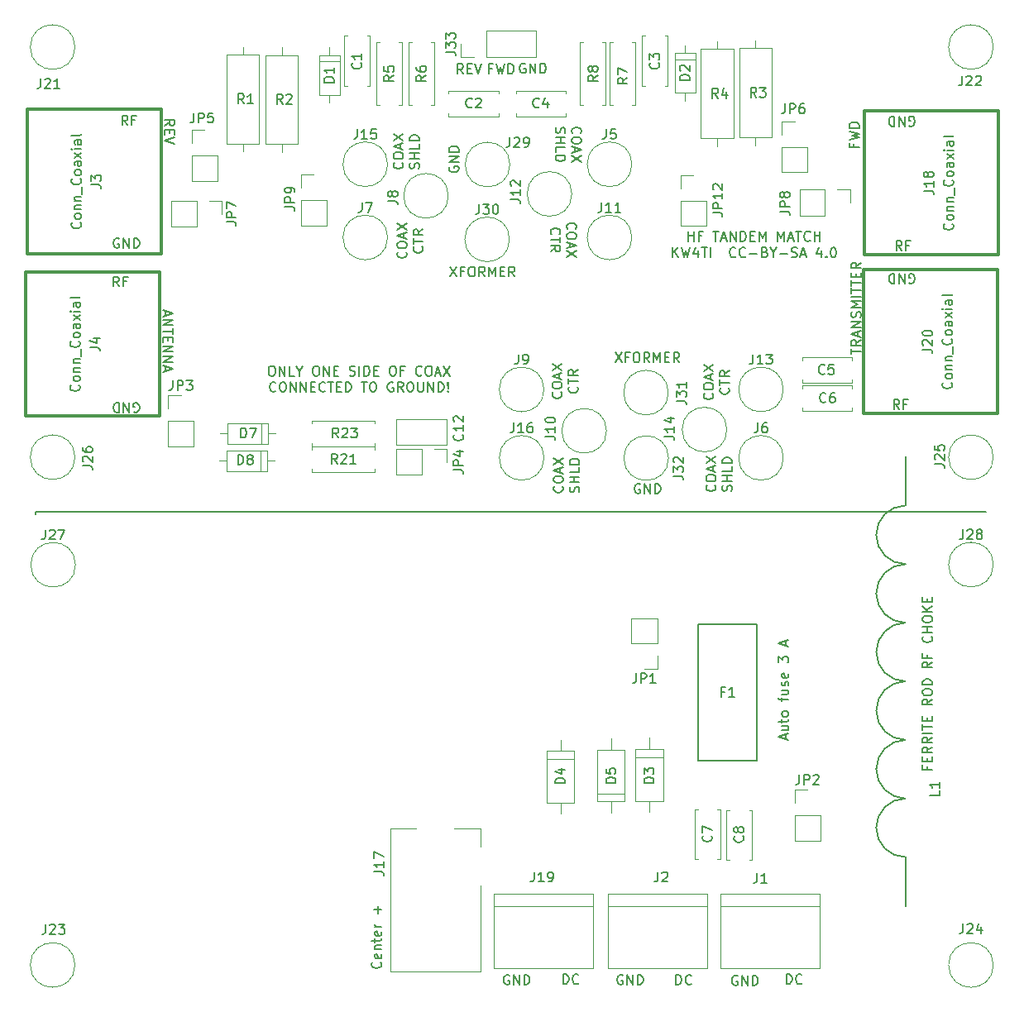
<source format=gbr>
G04 #@! TF.FileFunction,Legend,Top*
%FSLAX46Y46*%
G04 Gerber Fmt 4.6, Leading zero omitted, Abs format (unit mm)*
G04 Created by KiCad (PCBNEW 4.0.7) date 03/16/19 10:05:14*
%MOMM*%
%LPD*%
G01*
G04 APERTURE LIST*
%ADD10C,0.100000*%
%ADD11C,0.150000*%
%ADD12C,0.200000*%
%ADD13C,0.300000*%
%ADD14C,0.120000*%
G04 APERTURE END LIST*
D10*
D11*
X54475119Y-51054072D02*
X54951310Y-50720738D01*
X54475119Y-50482643D02*
X55475119Y-50482643D01*
X55475119Y-50863596D01*
X55427500Y-50958834D01*
X55379881Y-51006453D01*
X55284643Y-51054072D01*
X55141786Y-51054072D01*
X55046548Y-51006453D01*
X54998929Y-50958834D01*
X54951310Y-50863596D01*
X54951310Y-50482643D01*
X54998929Y-51482643D02*
X54998929Y-51815977D01*
X54475119Y-51958834D02*
X54475119Y-51482643D01*
X55475119Y-51482643D01*
X55475119Y-51958834D01*
X55475119Y-52244548D02*
X54475119Y-52577881D01*
X55475119Y-52911215D01*
X125023571Y-52935071D02*
X125023571Y-53268405D01*
X125547381Y-53268405D02*
X124547381Y-53268405D01*
X124547381Y-52792214D01*
X124547381Y-52506500D02*
X125547381Y-52268405D01*
X124833095Y-52077928D01*
X125547381Y-51887452D01*
X124547381Y-51649357D01*
X125547381Y-51268405D02*
X124547381Y-51268405D01*
X124547381Y-51030310D01*
X124595000Y-50887452D01*
X124690238Y-50792214D01*
X124785476Y-50744595D01*
X124975952Y-50696976D01*
X125118810Y-50696976D01*
X125309286Y-50744595D01*
X125404524Y-50792214D01*
X125499762Y-50887452D01*
X125547381Y-51030310D01*
X125547381Y-51268405D01*
X54570333Y-70017071D02*
X54570333Y-70493262D01*
X54284619Y-69921833D02*
X55284619Y-70255166D01*
X54284619Y-70588500D01*
X54284619Y-70921833D02*
X55284619Y-70921833D01*
X54284619Y-71493262D01*
X55284619Y-71493262D01*
X55284619Y-71826595D02*
X55284619Y-72398024D01*
X54284619Y-72112309D02*
X55284619Y-72112309D01*
X54808429Y-72731357D02*
X54808429Y-73064691D01*
X54284619Y-73207548D02*
X54284619Y-72731357D01*
X55284619Y-72731357D01*
X55284619Y-73207548D01*
X54284619Y-73636119D02*
X55284619Y-73636119D01*
X54284619Y-74207548D01*
X55284619Y-74207548D01*
X54284619Y-74683738D02*
X55284619Y-74683738D01*
X54284619Y-75255167D01*
X55284619Y-75255167D01*
X54570333Y-75683738D02*
X54570333Y-76159929D01*
X54284619Y-75588500D02*
X55284619Y-75921833D01*
X54284619Y-76255167D01*
X124737881Y-74461095D02*
X124737881Y-73889666D01*
X125737881Y-74175381D02*
X124737881Y-74175381D01*
X125737881Y-72984904D02*
X125261690Y-73318238D01*
X125737881Y-73556333D02*
X124737881Y-73556333D01*
X124737881Y-73175380D01*
X124785500Y-73080142D01*
X124833119Y-73032523D01*
X124928357Y-72984904D01*
X125071214Y-72984904D01*
X125166452Y-73032523D01*
X125214071Y-73080142D01*
X125261690Y-73175380D01*
X125261690Y-73556333D01*
X125452167Y-72603952D02*
X125452167Y-72127761D01*
X125737881Y-72699190D02*
X124737881Y-72365857D01*
X125737881Y-72032523D01*
X125737881Y-71699190D02*
X124737881Y-71699190D01*
X125737881Y-71127761D01*
X124737881Y-71127761D01*
X125690262Y-70699190D02*
X125737881Y-70556333D01*
X125737881Y-70318237D01*
X125690262Y-70222999D01*
X125642643Y-70175380D01*
X125547405Y-70127761D01*
X125452167Y-70127761D01*
X125356929Y-70175380D01*
X125309310Y-70222999D01*
X125261690Y-70318237D01*
X125214071Y-70508714D01*
X125166452Y-70603952D01*
X125118833Y-70651571D01*
X125023595Y-70699190D01*
X124928357Y-70699190D01*
X124833119Y-70651571D01*
X124785500Y-70603952D01*
X124737881Y-70508714D01*
X124737881Y-70270618D01*
X124785500Y-70127761D01*
X125737881Y-69699190D02*
X124737881Y-69699190D01*
X125452167Y-69365856D01*
X124737881Y-69032523D01*
X125737881Y-69032523D01*
X125737881Y-68556333D02*
X124737881Y-68556333D01*
X124737881Y-68223000D02*
X124737881Y-67651571D01*
X125737881Y-67937286D02*
X124737881Y-67937286D01*
X124737881Y-67461095D02*
X124737881Y-66889666D01*
X125737881Y-67175381D02*
X124737881Y-67175381D01*
X125214071Y-66556333D02*
X125214071Y-66222999D01*
X125737881Y-66080142D02*
X125737881Y-66556333D01*
X124737881Y-66556333D01*
X124737881Y-66080142D01*
X125737881Y-65080142D02*
X125261690Y-65413476D01*
X125737881Y-65651571D02*
X124737881Y-65651571D01*
X124737881Y-65270618D01*
X124785500Y-65175380D01*
X124833119Y-65127761D01*
X124928357Y-65080142D01*
X125071214Y-65080142D01*
X125166452Y-65127761D01*
X125214071Y-65175380D01*
X125261690Y-65270618D01*
X125261690Y-65651571D01*
D12*
X41275000Y-90551000D02*
X41275000Y-90805000D01*
X138557000Y-90551000D02*
X41275000Y-90551000D01*
D11*
X95250095Y-138945881D02*
X95250095Y-137945881D01*
X95488190Y-137945881D01*
X95631048Y-137993500D01*
X95726286Y-138088738D01*
X95773905Y-138183976D01*
X95821524Y-138374452D01*
X95821524Y-138517310D01*
X95773905Y-138707786D01*
X95726286Y-138803024D01*
X95631048Y-138898262D01*
X95488190Y-138945881D01*
X95250095Y-138945881D01*
X96821524Y-138850643D02*
X96773905Y-138898262D01*
X96631048Y-138945881D01*
X96535810Y-138945881D01*
X96392952Y-138898262D01*
X96297714Y-138803024D01*
X96250095Y-138707786D01*
X96202476Y-138517310D01*
X96202476Y-138374452D01*
X96250095Y-138183976D01*
X96297714Y-138088738D01*
X96392952Y-137993500D01*
X96535810Y-137945881D01*
X96631048Y-137945881D01*
X96773905Y-137993500D01*
X96821524Y-138041119D01*
X89725596Y-138057000D02*
X89630358Y-138009381D01*
X89487501Y-138009381D01*
X89344643Y-138057000D01*
X89249405Y-138152238D01*
X89201786Y-138247476D01*
X89154167Y-138437952D01*
X89154167Y-138580810D01*
X89201786Y-138771286D01*
X89249405Y-138866524D01*
X89344643Y-138961762D01*
X89487501Y-139009381D01*
X89582739Y-139009381D01*
X89725596Y-138961762D01*
X89773215Y-138914143D01*
X89773215Y-138580810D01*
X89582739Y-138580810D01*
X90201786Y-139009381D02*
X90201786Y-138009381D01*
X90773215Y-139009381D01*
X90773215Y-138009381D01*
X91249405Y-139009381D02*
X91249405Y-138009381D01*
X91487500Y-138009381D01*
X91630358Y-138057000D01*
X91725596Y-138152238D01*
X91773215Y-138247476D01*
X91820834Y-138437952D01*
X91820834Y-138580810D01*
X91773215Y-138771286D01*
X91725596Y-138866524D01*
X91630358Y-138961762D01*
X91487500Y-139009381D01*
X91249405Y-139009381D01*
X76557143Y-136707238D02*
X76604762Y-136754857D01*
X76652381Y-136897714D01*
X76652381Y-136992952D01*
X76604762Y-137135810D01*
X76509524Y-137231048D01*
X76414286Y-137278667D01*
X76223810Y-137326286D01*
X76080952Y-137326286D01*
X75890476Y-137278667D01*
X75795238Y-137231048D01*
X75700000Y-137135810D01*
X75652381Y-136992952D01*
X75652381Y-136897714D01*
X75700000Y-136754857D01*
X75747619Y-136707238D01*
X76604762Y-135897714D02*
X76652381Y-135992952D01*
X76652381Y-136183429D01*
X76604762Y-136278667D01*
X76509524Y-136326286D01*
X76128571Y-136326286D01*
X76033333Y-136278667D01*
X75985714Y-136183429D01*
X75985714Y-135992952D01*
X76033333Y-135897714D01*
X76128571Y-135850095D01*
X76223810Y-135850095D01*
X76319048Y-136326286D01*
X75985714Y-135421524D02*
X76652381Y-135421524D01*
X76080952Y-135421524D02*
X76033333Y-135373905D01*
X75985714Y-135278667D01*
X75985714Y-135135809D01*
X76033333Y-135040571D01*
X76128571Y-134992952D01*
X76652381Y-134992952D01*
X75985714Y-134659619D02*
X75985714Y-134278667D01*
X75652381Y-134516762D02*
X76509524Y-134516762D01*
X76604762Y-134469143D01*
X76652381Y-134373905D01*
X76652381Y-134278667D01*
X76604762Y-133564380D02*
X76652381Y-133659618D01*
X76652381Y-133850095D01*
X76604762Y-133945333D01*
X76509524Y-133992952D01*
X76128571Y-133992952D01*
X76033333Y-133945333D01*
X75985714Y-133850095D01*
X75985714Y-133659618D01*
X76033333Y-133564380D01*
X76128571Y-133516761D01*
X76223810Y-133516761D01*
X76319048Y-133992952D01*
X76652381Y-133088190D02*
X75985714Y-133088190D01*
X76176190Y-133088190D02*
X76080952Y-133040571D01*
X76033333Y-132992952D01*
X75985714Y-132897714D01*
X75985714Y-132802475D01*
X76271429Y-131707237D02*
X76271429Y-130945332D01*
X76652381Y-131326284D02*
X75890476Y-131326284D01*
X118022667Y-113886620D02*
X118022667Y-113410429D01*
X118308381Y-113981858D02*
X117308381Y-113648525D01*
X118308381Y-113315191D01*
X117641714Y-112553286D02*
X118308381Y-112553286D01*
X117641714Y-112981858D02*
X118165524Y-112981858D01*
X118260762Y-112934239D01*
X118308381Y-112839001D01*
X118308381Y-112696143D01*
X118260762Y-112600905D01*
X118213143Y-112553286D01*
X117641714Y-112219953D02*
X117641714Y-111839001D01*
X117308381Y-112077096D02*
X118165524Y-112077096D01*
X118260762Y-112029477D01*
X118308381Y-111934239D01*
X118308381Y-111839001D01*
X118308381Y-111362810D02*
X118260762Y-111458048D01*
X118213143Y-111505667D01*
X118117905Y-111553286D01*
X117832190Y-111553286D01*
X117736952Y-111505667D01*
X117689333Y-111458048D01*
X117641714Y-111362810D01*
X117641714Y-111219952D01*
X117689333Y-111124714D01*
X117736952Y-111077095D01*
X117832190Y-111029476D01*
X118117905Y-111029476D01*
X118213143Y-111077095D01*
X118260762Y-111124714D01*
X118308381Y-111219952D01*
X118308381Y-111362810D01*
X117641714Y-109981857D02*
X117641714Y-109600905D01*
X118308381Y-109839000D02*
X117451238Y-109839000D01*
X117356000Y-109791381D01*
X117308381Y-109696143D01*
X117308381Y-109600905D01*
X117641714Y-108838999D02*
X118308381Y-108838999D01*
X117641714Y-109267571D02*
X118165524Y-109267571D01*
X118260762Y-109219952D01*
X118308381Y-109124714D01*
X118308381Y-108981856D01*
X118260762Y-108886618D01*
X118213143Y-108838999D01*
X118260762Y-108410428D02*
X118308381Y-108315190D01*
X118308381Y-108124714D01*
X118260762Y-108029475D01*
X118165524Y-107981856D01*
X118117905Y-107981856D01*
X118022667Y-108029475D01*
X117975048Y-108124714D01*
X117975048Y-108267571D01*
X117927429Y-108362809D01*
X117832190Y-108410428D01*
X117784571Y-108410428D01*
X117689333Y-108362809D01*
X117641714Y-108267571D01*
X117641714Y-108124714D01*
X117689333Y-108029475D01*
X118260762Y-107172332D02*
X118308381Y-107267570D01*
X118308381Y-107458047D01*
X118260762Y-107553285D01*
X118165524Y-107600904D01*
X117784571Y-107600904D01*
X117689333Y-107553285D01*
X117641714Y-107458047D01*
X117641714Y-107267570D01*
X117689333Y-107172332D01*
X117784571Y-107124713D01*
X117879810Y-107124713D01*
X117975048Y-107600904D01*
X117308381Y-106029475D02*
X117308381Y-105410427D01*
X117689333Y-105743761D01*
X117689333Y-105600903D01*
X117736952Y-105505665D01*
X117784571Y-105458046D01*
X117879810Y-105410427D01*
X118117905Y-105410427D01*
X118213143Y-105458046D01*
X118260762Y-105505665D01*
X118308381Y-105600903D01*
X118308381Y-105886618D01*
X118260762Y-105981856D01*
X118213143Y-106029475D01*
X118022667Y-104267570D02*
X118022667Y-103791379D01*
X118308381Y-104362808D02*
X117308381Y-104029475D01*
X118308381Y-103696141D01*
X113093596Y-138120500D02*
X112998358Y-138072881D01*
X112855501Y-138072881D01*
X112712643Y-138120500D01*
X112617405Y-138215738D01*
X112569786Y-138310976D01*
X112522167Y-138501452D01*
X112522167Y-138644310D01*
X112569786Y-138834786D01*
X112617405Y-138930024D01*
X112712643Y-139025262D01*
X112855501Y-139072881D01*
X112950739Y-139072881D01*
X113093596Y-139025262D01*
X113141215Y-138977643D01*
X113141215Y-138644310D01*
X112950739Y-138644310D01*
X113569786Y-139072881D02*
X113569786Y-138072881D01*
X114141215Y-139072881D01*
X114141215Y-138072881D01*
X114617405Y-139072881D02*
X114617405Y-138072881D01*
X114855500Y-138072881D01*
X114998358Y-138120500D01*
X115093596Y-138215738D01*
X115141215Y-138310976D01*
X115188834Y-138501452D01*
X115188834Y-138644310D01*
X115141215Y-138834786D01*
X115093596Y-138930024D01*
X114998358Y-139025262D01*
X114855500Y-139072881D01*
X114617405Y-139072881D01*
X106807095Y-139009381D02*
X106807095Y-138009381D01*
X107045190Y-138009381D01*
X107188048Y-138057000D01*
X107283286Y-138152238D01*
X107330905Y-138247476D01*
X107378524Y-138437952D01*
X107378524Y-138580810D01*
X107330905Y-138771286D01*
X107283286Y-138866524D01*
X107188048Y-138961762D01*
X107045190Y-139009381D01*
X106807095Y-139009381D01*
X108378524Y-138914143D02*
X108330905Y-138961762D01*
X108188048Y-139009381D01*
X108092810Y-139009381D01*
X107949952Y-138961762D01*
X107854714Y-138866524D01*
X107807095Y-138771286D01*
X107759476Y-138580810D01*
X107759476Y-138437952D01*
X107807095Y-138247476D01*
X107854714Y-138152238D01*
X107949952Y-138057000D01*
X108092810Y-138009381D01*
X108188048Y-138009381D01*
X108330905Y-138057000D01*
X108378524Y-138104619D01*
X101346096Y-138057000D02*
X101250858Y-138009381D01*
X101108001Y-138009381D01*
X100965143Y-138057000D01*
X100869905Y-138152238D01*
X100822286Y-138247476D01*
X100774667Y-138437952D01*
X100774667Y-138580810D01*
X100822286Y-138771286D01*
X100869905Y-138866524D01*
X100965143Y-138961762D01*
X101108001Y-139009381D01*
X101203239Y-139009381D01*
X101346096Y-138961762D01*
X101393715Y-138914143D01*
X101393715Y-138580810D01*
X101203239Y-138580810D01*
X101822286Y-139009381D02*
X101822286Y-138009381D01*
X102393715Y-139009381D01*
X102393715Y-138009381D01*
X102869905Y-139009381D02*
X102869905Y-138009381D01*
X103108000Y-138009381D01*
X103250858Y-138057000D01*
X103346096Y-138152238D01*
X103393715Y-138247476D01*
X103441334Y-138437952D01*
X103441334Y-138580810D01*
X103393715Y-138771286D01*
X103346096Y-138866524D01*
X103250858Y-138961762D01*
X103108000Y-139009381D01*
X102869905Y-139009381D01*
X132516571Y-116680190D02*
X132516571Y-117013524D01*
X133040381Y-117013524D02*
X132040381Y-117013524D01*
X132040381Y-116537333D01*
X132516571Y-116156381D02*
X132516571Y-115823047D01*
X133040381Y-115680190D02*
X133040381Y-116156381D01*
X132040381Y-116156381D01*
X132040381Y-115680190D01*
X133040381Y-114680190D02*
X132564190Y-115013524D01*
X133040381Y-115251619D02*
X132040381Y-115251619D01*
X132040381Y-114870666D01*
X132088000Y-114775428D01*
X132135619Y-114727809D01*
X132230857Y-114680190D01*
X132373714Y-114680190D01*
X132468952Y-114727809D01*
X132516571Y-114775428D01*
X132564190Y-114870666D01*
X132564190Y-115251619D01*
X133040381Y-113680190D02*
X132564190Y-114013524D01*
X133040381Y-114251619D02*
X132040381Y-114251619D01*
X132040381Y-113870666D01*
X132088000Y-113775428D01*
X132135619Y-113727809D01*
X132230857Y-113680190D01*
X132373714Y-113680190D01*
X132468952Y-113727809D01*
X132516571Y-113775428D01*
X132564190Y-113870666D01*
X132564190Y-114251619D01*
X133040381Y-113251619D02*
X132040381Y-113251619D01*
X132040381Y-112918286D02*
X132040381Y-112346857D01*
X133040381Y-112632572D02*
X132040381Y-112632572D01*
X132516571Y-112013524D02*
X132516571Y-111680190D01*
X133040381Y-111537333D02*
X133040381Y-112013524D01*
X132040381Y-112013524D01*
X132040381Y-111537333D01*
X133040381Y-109775428D02*
X132564190Y-110108762D01*
X133040381Y-110346857D02*
X132040381Y-110346857D01*
X132040381Y-109965904D01*
X132088000Y-109870666D01*
X132135619Y-109823047D01*
X132230857Y-109775428D01*
X132373714Y-109775428D01*
X132468952Y-109823047D01*
X132516571Y-109870666D01*
X132564190Y-109965904D01*
X132564190Y-110346857D01*
X132040381Y-109156381D02*
X132040381Y-108965904D01*
X132088000Y-108870666D01*
X132183238Y-108775428D01*
X132373714Y-108727809D01*
X132707048Y-108727809D01*
X132897524Y-108775428D01*
X132992762Y-108870666D01*
X133040381Y-108965904D01*
X133040381Y-109156381D01*
X132992762Y-109251619D01*
X132897524Y-109346857D01*
X132707048Y-109394476D01*
X132373714Y-109394476D01*
X132183238Y-109346857D01*
X132088000Y-109251619D01*
X132040381Y-109156381D01*
X133040381Y-108299238D02*
X132040381Y-108299238D01*
X132040381Y-108061143D01*
X132088000Y-107918285D01*
X132183238Y-107823047D01*
X132278476Y-107775428D01*
X132468952Y-107727809D01*
X132611810Y-107727809D01*
X132802286Y-107775428D01*
X132897524Y-107823047D01*
X132992762Y-107918285D01*
X133040381Y-108061143D01*
X133040381Y-108299238D01*
X133040381Y-105965904D02*
X132564190Y-106299238D01*
X133040381Y-106537333D02*
X132040381Y-106537333D01*
X132040381Y-106156380D01*
X132088000Y-106061142D01*
X132135619Y-106013523D01*
X132230857Y-105965904D01*
X132373714Y-105965904D01*
X132468952Y-106013523D01*
X132516571Y-106061142D01*
X132564190Y-106156380D01*
X132564190Y-106537333D01*
X132516571Y-105203999D02*
X132516571Y-105537333D01*
X133040381Y-105537333D02*
X132040381Y-105537333D01*
X132040381Y-105061142D01*
X132945143Y-103346856D02*
X132992762Y-103394475D01*
X133040381Y-103537332D01*
X133040381Y-103632570D01*
X132992762Y-103775428D01*
X132897524Y-103870666D01*
X132802286Y-103918285D01*
X132611810Y-103965904D01*
X132468952Y-103965904D01*
X132278476Y-103918285D01*
X132183238Y-103870666D01*
X132088000Y-103775428D01*
X132040381Y-103632570D01*
X132040381Y-103537332D01*
X132088000Y-103394475D01*
X132135619Y-103346856D01*
X133040381Y-102918285D02*
X132040381Y-102918285D01*
X132516571Y-102918285D02*
X132516571Y-102346856D01*
X133040381Y-102346856D02*
X132040381Y-102346856D01*
X132040381Y-101680190D02*
X132040381Y-101489713D01*
X132088000Y-101394475D01*
X132183238Y-101299237D01*
X132373714Y-101251618D01*
X132707048Y-101251618D01*
X132897524Y-101299237D01*
X132992762Y-101394475D01*
X133040381Y-101489713D01*
X133040381Y-101680190D01*
X132992762Y-101775428D01*
X132897524Y-101870666D01*
X132707048Y-101918285D01*
X132373714Y-101918285D01*
X132183238Y-101870666D01*
X132088000Y-101775428D01*
X132040381Y-101680190D01*
X133040381Y-100823047D02*
X132040381Y-100823047D01*
X133040381Y-100251618D02*
X132468952Y-100680190D01*
X132040381Y-100251618D02*
X132611810Y-100823047D01*
X132516571Y-99823047D02*
X132516571Y-99489713D01*
X133040381Y-99346856D02*
X133040381Y-99823047D01*
X132040381Y-99823047D01*
X132040381Y-99346856D01*
X118110095Y-138945881D02*
X118110095Y-137945881D01*
X118348190Y-137945881D01*
X118491048Y-137993500D01*
X118586286Y-138088738D01*
X118633905Y-138183976D01*
X118681524Y-138374452D01*
X118681524Y-138517310D01*
X118633905Y-138707786D01*
X118586286Y-138803024D01*
X118491048Y-138898262D01*
X118348190Y-138945881D01*
X118110095Y-138945881D01*
X119681524Y-138850643D02*
X119633905Y-138898262D01*
X119491048Y-138945881D01*
X119395810Y-138945881D01*
X119252952Y-138898262D01*
X119157714Y-138803024D01*
X119110095Y-138707786D01*
X119062476Y-138517310D01*
X119062476Y-138374452D01*
X119110095Y-138183976D01*
X119157714Y-138088738D01*
X119252952Y-137993500D01*
X119395810Y-137945881D01*
X119491048Y-137945881D01*
X119633905Y-137993500D01*
X119681524Y-138041119D01*
X85026572Y-45727881D02*
X84693238Y-45251690D01*
X84455143Y-45727881D02*
X84455143Y-44727881D01*
X84836096Y-44727881D01*
X84931334Y-44775500D01*
X84978953Y-44823119D01*
X85026572Y-44918357D01*
X85026572Y-45061214D01*
X84978953Y-45156452D01*
X84931334Y-45204071D01*
X84836096Y-45251690D01*
X84455143Y-45251690D01*
X85455143Y-45204071D02*
X85788477Y-45204071D01*
X85931334Y-45727881D02*
X85455143Y-45727881D01*
X85455143Y-44727881D01*
X85931334Y-44727881D01*
X86217048Y-44727881D02*
X86550381Y-45727881D01*
X86883715Y-44727881D01*
X87971429Y-45204071D02*
X87638095Y-45204071D01*
X87638095Y-45727881D02*
X87638095Y-44727881D01*
X88114286Y-44727881D01*
X88400000Y-44727881D02*
X88638095Y-45727881D01*
X88828572Y-45013595D01*
X89019048Y-45727881D01*
X89257143Y-44727881D01*
X89638095Y-45727881D02*
X89638095Y-44727881D01*
X89876190Y-44727881D01*
X90019048Y-44775500D01*
X90114286Y-44870738D01*
X90161905Y-44965976D01*
X90209524Y-45156452D01*
X90209524Y-45299310D01*
X90161905Y-45489786D01*
X90114286Y-45585024D01*
X90019048Y-45680262D01*
X89876190Y-45727881D01*
X89638095Y-45727881D01*
X91384216Y-44706920D02*
X91288978Y-44659301D01*
X91146121Y-44659301D01*
X91003263Y-44706920D01*
X90908025Y-44802158D01*
X90860406Y-44897396D01*
X90812787Y-45087872D01*
X90812787Y-45230730D01*
X90860406Y-45421206D01*
X90908025Y-45516444D01*
X91003263Y-45611682D01*
X91146121Y-45659301D01*
X91241359Y-45659301D01*
X91384216Y-45611682D01*
X91431835Y-45564063D01*
X91431835Y-45230730D01*
X91241359Y-45230730D01*
X91860406Y-45659301D02*
X91860406Y-44659301D01*
X92431835Y-45659301D01*
X92431835Y-44659301D01*
X92908025Y-45659301D02*
X92908025Y-44659301D01*
X93146120Y-44659301D01*
X93288978Y-44706920D01*
X93384216Y-44802158D01*
X93431835Y-44897396D01*
X93479454Y-45087872D01*
X93479454Y-45230730D01*
X93431835Y-45421206D01*
X93384216Y-45516444D01*
X93288978Y-45611682D01*
X93146120Y-45659301D01*
X92908025Y-45659301D01*
X108069904Y-62873381D02*
X108069904Y-61873381D01*
X108069904Y-62349571D02*
X108641333Y-62349571D01*
X108641333Y-62873381D02*
X108641333Y-61873381D01*
X109450857Y-62349571D02*
X109117523Y-62349571D01*
X109117523Y-62873381D02*
X109117523Y-61873381D01*
X109593714Y-61873381D01*
X110593714Y-61873381D02*
X111165143Y-61873381D01*
X110879428Y-62873381D02*
X110879428Y-61873381D01*
X111450857Y-62587667D02*
X111927048Y-62587667D01*
X111355619Y-62873381D02*
X111688952Y-61873381D01*
X112022286Y-62873381D01*
X112355619Y-62873381D02*
X112355619Y-61873381D01*
X112927048Y-62873381D01*
X112927048Y-61873381D01*
X113403238Y-62873381D02*
X113403238Y-61873381D01*
X113641333Y-61873381D01*
X113784191Y-61921000D01*
X113879429Y-62016238D01*
X113927048Y-62111476D01*
X113974667Y-62301952D01*
X113974667Y-62444810D01*
X113927048Y-62635286D01*
X113879429Y-62730524D01*
X113784191Y-62825762D01*
X113641333Y-62873381D01*
X113403238Y-62873381D01*
X114403238Y-62349571D02*
X114736572Y-62349571D01*
X114879429Y-62873381D02*
X114403238Y-62873381D01*
X114403238Y-61873381D01*
X114879429Y-61873381D01*
X115308000Y-62873381D02*
X115308000Y-61873381D01*
X115641334Y-62587667D01*
X115974667Y-61873381D01*
X115974667Y-62873381D01*
X117212762Y-62873381D02*
X117212762Y-61873381D01*
X117546096Y-62587667D01*
X117879429Y-61873381D01*
X117879429Y-62873381D01*
X118308000Y-62587667D02*
X118784191Y-62587667D01*
X118212762Y-62873381D02*
X118546095Y-61873381D01*
X118879429Y-62873381D01*
X119069905Y-61873381D02*
X119641334Y-61873381D01*
X119355619Y-62873381D02*
X119355619Y-61873381D01*
X120546096Y-62778143D02*
X120498477Y-62825762D01*
X120355620Y-62873381D01*
X120260382Y-62873381D01*
X120117524Y-62825762D01*
X120022286Y-62730524D01*
X119974667Y-62635286D01*
X119927048Y-62444810D01*
X119927048Y-62301952D01*
X119974667Y-62111476D01*
X120022286Y-62016238D01*
X120117524Y-61921000D01*
X120260382Y-61873381D01*
X120355620Y-61873381D01*
X120498477Y-61921000D01*
X120546096Y-61968619D01*
X120974667Y-62873381D02*
X120974667Y-61873381D01*
X120974667Y-62349571D02*
X121546096Y-62349571D01*
X121546096Y-62873381D02*
X121546096Y-61873381D01*
X106474667Y-64523381D02*
X106474667Y-63523381D01*
X107046096Y-64523381D02*
X106617524Y-63951952D01*
X107046096Y-63523381D02*
X106474667Y-64094810D01*
X107379429Y-63523381D02*
X107617524Y-64523381D01*
X107808001Y-63809095D01*
X107998477Y-64523381D01*
X108236572Y-63523381D01*
X109046096Y-63856714D02*
X109046096Y-64523381D01*
X108808000Y-63475762D02*
X108569905Y-64190048D01*
X109188953Y-64190048D01*
X109427048Y-63523381D02*
X109998477Y-63523381D01*
X109712762Y-64523381D02*
X109712762Y-63523381D01*
X110331810Y-64523381D02*
X110331810Y-63523381D01*
X112903239Y-64428143D02*
X112855620Y-64475762D01*
X112712763Y-64523381D01*
X112617525Y-64523381D01*
X112474667Y-64475762D01*
X112379429Y-64380524D01*
X112331810Y-64285286D01*
X112284191Y-64094810D01*
X112284191Y-63951952D01*
X112331810Y-63761476D01*
X112379429Y-63666238D01*
X112474667Y-63571000D01*
X112617525Y-63523381D01*
X112712763Y-63523381D01*
X112855620Y-63571000D01*
X112903239Y-63618619D01*
X113903239Y-64428143D02*
X113855620Y-64475762D01*
X113712763Y-64523381D01*
X113617525Y-64523381D01*
X113474667Y-64475762D01*
X113379429Y-64380524D01*
X113331810Y-64285286D01*
X113284191Y-64094810D01*
X113284191Y-63951952D01*
X113331810Y-63761476D01*
X113379429Y-63666238D01*
X113474667Y-63571000D01*
X113617525Y-63523381D01*
X113712763Y-63523381D01*
X113855620Y-63571000D01*
X113903239Y-63618619D01*
X114331810Y-64142429D02*
X115093715Y-64142429D01*
X115903239Y-63999571D02*
X116046096Y-64047190D01*
X116093715Y-64094810D01*
X116141334Y-64190048D01*
X116141334Y-64332905D01*
X116093715Y-64428143D01*
X116046096Y-64475762D01*
X115950858Y-64523381D01*
X115569905Y-64523381D01*
X115569905Y-63523381D01*
X115903239Y-63523381D01*
X115998477Y-63571000D01*
X116046096Y-63618619D01*
X116093715Y-63713857D01*
X116093715Y-63809095D01*
X116046096Y-63904333D01*
X115998477Y-63951952D01*
X115903239Y-63999571D01*
X115569905Y-63999571D01*
X116760381Y-64047190D02*
X116760381Y-64523381D01*
X116427048Y-63523381D02*
X116760381Y-64047190D01*
X117093715Y-63523381D01*
X117427048Y-64142429D02*
X118188953Y-64142429D01*
X118617524Y-64475762D02*
X118760381Y-64523381D01*
X118998477Y-64523381D01*
X119093715Y-64475762D01*
X119141334Y-64428143D01*
X119188953Y-64332905D01*
X119188953Y-64237667D01*
X119141334Y-64142429D01*
X119093715Y-64094810D01*
X118998477Y-64047190D01*
X118808000Y-63999571D01*
X118712762Y-63951952D01*
X118665143Y-63904333D01*
X118617524Y-63809095D01*
X118617524Y-63713857D01*
X118665143Y-63618619D01*
X118712762Y-63571000D01*
X118808000Y-63523381D01*
X119046096Y-63523381D01*
X119188953Y-63571000D01*
X119569905Y-64237667D02*
X120046096Y-64237667D01*
X119474667Y-64523381D02*
X119808000Y-63523381D01*
X120141334Y-64523381D01*
X121665144Y-63856714D02*
X121665144Y-64523381D01*
X121427048Y-63475762D02*
X121188953Y-64190048D01*
X121808001Y-64190048D01*
X122188953Y-64428143D02*
X122236572Y-64475762D01*
X122188953Y-64523381D01*
X122141334Y-64475762D01*
X122188953Y-64428143D01*
X122188953Y-64523381D01*
X122855619Y-63523381D02*
X122950858Y-63523381D01*
X123046096Y-63571000D01*
X123093715Y-63618619D01*
X123141334Y-63713857D01*
X123188953Y-63904333D01*
X123188953Y-64142429D01*
X123141334Y-64332905D01*
X123093715Y-64428143D01*
X123046096Y-64475762D01*
X122950858Y-64523381D01*
X122855619Y-64523381D01*
X122760381Y-64475762D01*
X122712762Y-64428143D01*
X122665143Y-64332905D01*
X122617524Y-64142429D01*
X122617524Y-63904333D01*
X122665143Y-63713857D01*
X122712762Y-63618619D01*
X122760381Y-63571000D01*
X122855619Y-63523381D01*
X49784096Y-62619000D02*
X49688858Y-62571381D01*
X49546001Y-62571381D01*
X49403143Y-62619000D01*
X49307905Y-62714238D01*
X49260286Y-62809476D01*
X49212667Y-62999952D01*
X49212667Y-63142810D01*
X49260286Y-63333286D01*
X49307905Y-63428524D01*
X49403143Y-63523762D01*
X49546001Y-63571381D01*
X49641239Y-63571381D01*
X49784096Y-63523762D01*
X49831715Y-63476143D01*
X49831715Y-63142810D01*
X49641239Y-63142810D01*
X50260286Y-63571381D02*
X50260286Y-62571381D01*
X50831715Y-63571381D01*
X50831715Y-62571381D01*
X51307905Y-63571381D02*
X51307905Y-62571381D01*
X51546000Y-62571381D01*
X51688858Y-62619000D01*
X51784096Y-62714238D01*
X51831715Y-62809476D01*
X51879334Y-62999952D01*
X51879334Y-63142810D01*
X51831715Y-63333286D01*
X51784096Y-63428524D01*
X51688858Y-63523762D01*
X51546000Y-63571381D01*
X51307905Y-63571381D01*
X51307904Y-80383000D02*
X51403142Y-80430619D01*
X51545999Y-80430619D01*
X51688857Y-80383000D01*
X51784095Y-80287762D01*
X51831714Y-80192524D01*
X51879333Y-80002048D01*
X51879333Y-79859190D01*
X51831714Y-79668714D01*
X51784095Y-79573476D01*
X51688857Y-79478238D01*
X51545999Y-79430619D01*
X51450761Y-79430619D01*
X51307904Y-79478238D01*
X51260285Y-79525857D01*
X51260285Y-79859190D01*
X51450761Y-79859190D01*
X50831714Y-79430619D02*
X50831714Y-80430619D01*
X50260285Y-79430619D01*
X50260285Y-80430619D01*
X49784095Y-79430619D02*
X49784095Y-80430619D01*
X49546000Y-80430619D01*
X49403142Y-80383000D01*
X49307904Y-80287762D01*
X49260285Y-80192524D01*
X49212666Y-80002048D01*
X49212666Y-79859190D01*
X49260285Y-79668714D01*
X49307904Y-79573476D01*
X49403142Y-79478238D01*
X49546000Y-79430619D01*
X49784095Y-79430619D01*
X130682904Y-67175000D02*
X130778142Y-67222619D01*
X130920999Y-67222619D01*
X131063857Y-67175000D01*
X131159095Y-67079762D01*
X131206714Y-66984524D01*
X131254333Y-66794048D01*
X131254333Y-66651190D01*
X131206714Y-66460714D01*
X131159095Y-66365476D01*
X131063857Y-66270238D01*
X130920999Y-66222619D01*
X130825761Y-66222619D01*
X130682904Y-66270238D01*
X130635285Y-66317857D01*
X130635285Y-66651190D01*
X130825761Y-66651190D01*
X130206714Y-66222619D02*
X130206714Y-67222619D01*
X129635285Y-66222619D01*
X129635285Y-67222619D01*
X129159095Y-66222619D02*
X129159095Y-67222619D01*
X128921000Y-67222619D01*
X128778142Y-67175000D01*
X128682904Y-67079762D01*
X128635285Y-66984524D01*
X128587666Y-66794048D01*
X128587666Y-66651190D01*
X128635285Y-66460714D01*
X128682904Y-66365476D01*
X128778142Y-66270238D01*
X128921000Y-66222619D01*
X129159095Y-66222619D01*
X130682904Y-51046000D02*
X130778142Y-51093619D01*
X130920999Y-51093619D01*
X131063857Y-51046000D01*
X131159095Y-50950762D01*
X131206714Y-50855524D01*
X131254333Y-50665048D01*
X131254333Y-50522190D01*
X131206714Y-50331714D01*
X131159095Y-50236476D01*
X131063857Y-50141238D01*
X130920999Y-50093619D01*
X130825761Y-50093619D01*
X130682904Y-50141238D01*
X130635285Y-50188857D01*
X130635285Y-50522190D01*
X130825761Y-50522190D01*
X130206714Y-50093619D02*
X130206714Y-51093619D01*
X129635285Y-50093619D01*
X129635285Y-51093619D01*
X129159095Y-50093619D02*
X129159095Y-51093619D01*
X128921000Y-51093619D01*
X128778142Y-51046000D01*
X128682904Y-50950762D01*
X128635285Y-50855524D01*
X128587666Y-50665048D01*
X128587666Y-50522190D01*
X128635285Y-50331714D01*
X128682904Y-50236476D01*
X128778142Y-50141238D01*
X128921000Y-50093619D01*
X129159095Y-50093619D01*
X129928953Y-63825381D02*
X129595619Y-63349190D01*
X129357524Y-63825381D02*
X129357524Y-62825381D01*
X129738477Y-62825381D01*
X129833715Y-62873000D01*
X129881334Y-62920619D01*
X129928953Y-63015857D01*
X129928953Y-63158714D01*
X129881334Y-63253952D01*
X129833715Y-63301571D01*
X129738477Y-63349190D01*
X129357524Y-63349190D01*
X130690858Y-63301571D02*
X130357524Y-63301571D01*
X130357524Y-63825381D02*
X130357524Y-62825381D01*
X130833715Y-62825381D01*
X129674953Y-80081381D02*
X129341619Y-79605190D01*
X129103524Y-80081381D02*
X129103524Y-79081381D01*
X129484477Y-79081381D01*
X129579715Y-79129000D01*
X129627334Y-79176619D01*
X129674953Y-79271857D01*
X129674953Y-79414714D01*
X129627334Y-79509952D01*
X129579715Y-79557571D01*
X129484477Y-79605190D01*
X129103524Y-79605190D01*
X130436858Y-79557571D02*
X130103524Y-79557571D01*
X130103524Y-80081381D02*
X130103524Y-79081381D01*
X130579715Y-79081381D01*
X49791953Y-67508381D02*
X49458619Y-67032190D01*
X49220524Y-67508381D02*
X49220524Y-66508381D01*
X49601477Y-66508381D01*
X49696715Y-66556000D01*
X49744334Y-66603619D01*
X49791953Y-66698857D01*
X49791953Y-66841714D01*
X49744334Y-66936952D01*
X49696715Y-66984571D01*
X49601477Y-67032190D01*
X49220524Y-67032190D01*
X50553858Y-66984571D02*
X50220524Y-66984571D01*
X50220524Y-67508381D02*
X50220524Y-66508381D01*
X50696715Y-66508381D01*
X50680953Y-50998381D02*
X50347619Y-50522190D01*
X50109524Y-50998381D02*
X50109524Y-49998381D01*
X50490477Y-49998381D01*
X50585715Y-50046000D01*
X50633334Y-50093619D01*
X50680953Y-50188857D01*
X50680953Y-50331714D01*
X50633334Y-50426952D01*
X50585715Y-50474571D01*
X50490477Y-50522190D01*
X50109524Y-50522190D01*
X51442858Y-50474571D02*
X51109524Y-50474571D01*
X51109524Y-50998381D02*
X51109524Y-49998381D01*
X51585715Y-49998381D01*
X65347390Y-75665581D02*
X65537867Y-75665581D01*
X65633105Y-75713200D01*
X65728343Y-75808438D01*
X65775962Y-75998914D01*
X65775962Y-76332248D01*
X65728343Y-76522724D01*
X65633105Y-76617962D01*
X65537867Y-76665581D01*
X65347390Y-76665581D01*
X65252152Y-76617962D01*
X65156914Y-76522724D01*
X65109295Y-76332248D01*
X65109295Y-75998914D01*
X65156914Y-75808438D01*
X65252152Y-75713200D01*
X65347390Y-75665581D01*
X66204533Y-76665581D02*
X66204533Y-75665581D01*
X66775962Y-76665581D01*
X66775962Y-75665581D01*
X67728343Y-76665581D02*
X67252152Y-76665581D01*
X67252152Y-75665581D01*
X68252152Y-76189390D02*
X68252152Y-76665581D01*
X67918819Y-75665581D02*
X68252152Y-76189390D01*
X68585486Y-75665581D01*
X69871200Y-75665581D02*
X70061677Y-75665581D01*
X70156915Y-75713200D01*
X70252153Y-75808438D01*
X70299772Y-75998914D01*
X70299772Y-76332248D01*
X70252153Y-76522724D01*
X70156915Y-76617962D01*
X70061677Y-76665581D01*
X69871200Y-76665581D01*
X69775962Y-76617962D01*
X69680724Y-76522724D01*
X69633105Y-76332248D01*
X69633105Y-75998914D01*
X69680724Y-75808438D01*
X69775962Y-75713200D01*
X69871200Y-75665581D01*
X70728343Y-76665581D02*
X70728343Y-75665581D01*
X71299772Y-76665581D01*
X71299772Y-75665581D01*
X71775962Y-76141771D02*
X72109296Y-76141771D01*
X72252153Y-76665581D02*
X71775962Y-76665581D01*
X71775962Y-75665581D01*
X72252153Y-75665581D01*
X73395010Y-76617962D02*
X73537867Y-76665581D01*
X73775963Y-76665581D01*
X73871201Y-76617962D01*
X73918820Y-76570343D01*
X73966439Y-76475105D01*
X73966439Y-76379867D01*
X73918820Y-76284629D01*
X73871201Y-76237010D01*
X73775963Y-76189390D01*
X73585486Y-76141771D01*
X73490248Y-76094152D01*
X73442629Y-76046533D01*
X73395010Y-75951295D01*
X73395010Y-75856057D01*
X73442629Y-75760819D01*
X73490248Y-75713200D01*
X73585486Y-75665581D01*
X73823582Y-75665581D01*
X73966439Y-75713200D01*
X74395010Y-76665581D02*
X74395010Y-75665581D01*
X74871200Y-76665581D02*
X74871200Y-75665581D01*
X75109295Y-75665581D01*
X75252153Y-75713200D01*
X75347391Y-75808438D01*
X75395010Y-75903676D01*
X75442629Y-76094152D01*
X75442629Y-76237010D01*
X75395010Y-76427486D01*
X75347391Y-76522724D01*
X75252153Y-76617962D01*
X75109295Y-76665581D01*
X74871200Y-76665581D01*
X75871200Y-76141771D02*
X76204534Y-76141771D01*
X76347391Y-76665581D02*
X75871200Y-76665581D01*
X75871200Y-75665581D01*
X76347391Y-75665581D01*
X77728343Y-75665581D02*
X77918820Y-75665581D01*
X78014058Y-75713200D01*
X78109296Y-75808438D01*
X78156915Y-75998914D01*
X78156915Y-76332248D01*
X78109296Y-76522724D01*
X78014058Y-76617962D01*
X77918820Y-76665581D01*
X77728343Y-76665581D01*
X77633105Y-76617962D01*
X77537867Y-76522724D01*
X77490248Y-76332248D01*
X77490248Y-75998914D01*
X77537867Y-75808438D01*
X77633105Y-75713200D01*
X77728343Y-75665581D01*
X78918820Y-76141771D02*
X78585486Y-76141771D01*
X78585486Y-76665581D02*
X78585486Y-75665581D01*
X79061677Y-75665581D01*
X80775963Y-76570343D02*
X80728344Y-76617962D01*
X80585487Y-76665581D01*
X80490249Y-76665581D01*
X80347391Y-76617962D01*
X80252153Y-76522724D01*
X80204534Y-76427486D01*
X80156915Y-76237010D01*
X80156915Y-76094152D01*
X80204534Y-75903676D01*
X80252153Y-75808438D01*
X80347391Y-75713200D01*
X80490249Y-75665581D01*
X80585487Y-75665581D01*
X80728344Y-75713200D01*
X80775963Y-75760819D01*
X81395010Y-75665581D02*
X81585487Y-75665581D01*
X81680725Y-75713200D01*
X81775963Y-75808438D01*
X81823582Y-75998914D01*
X81823582Y-76332248D01*
X81775963Y-76522724D01*
X81680725Y-76617962D01*
X81585487Y-76665581D01*
X81395010Y-76665581D01*
X81299772Y-76617962D01*
X81204534Y-76522724D01*
X81156915Y-76332248D01*
X81156915Y-75998914D01*
X81204534Y-75808438D01*
X81299772Y-75713200D01*
X81395010Y-75665581D01*
X82204534Y-76379867D02*
X82680725Y-76379867D01*
X82109296Y-76665581D02*
X82442629Y-75665581D01*
X82775963Y-76665581D01*
X83014058Y-75665581D02*
X83680725Y-76665581D01*
X83680725Y-75665581D02*
X83014058Y-76665581D01*
X65847391Y-78220343D02*
X65799772Y-78267962D01*
X65656915Y-78315581D01*
X65561677Y-78315581D01*
X65418819Y-78267962D01*
X65323581Y-78172724D01*
X65275962Y-78077486D01*
X65228343Y-77887010D01*
X65228343Y-77744152D01*
X65275962Y-77553676D01*
X65323581Y-77458438D01*
X65418819Y-77363200D01*
X65561677Y-77315581D01*
X65656915Y-77315581D01*
X65799772Y-77363200D01*
X65847391Y-77410819D01*
X66466438Y-77315581D02*
X66656915Y-77315581D01*
X66752153Y-77363200D01*
X66847391Y-77458438D01*
X66895010Y-77648914D01*
X66895010Y-77982248D01*
X66847391Y-78172724D01*
X66752153Y-78267962D01*
X66656915Y-78315581D01*
X66466438Y-78315581D01*
X66371200Y-78267962D01*
X66275962Y-78172724D01*
X66228343Y-77982248D01*
X66228343Y-77648914D01*
X66275962Y-77458438D01*
X66371200Y-77363200D01*
X66466438Y-77315581D01*
X67323581Y-78315581D02*
X67323581Y-77315581D01*
X67895010Y-78315581D01*
X67895010Y-77315581D01*
X68371200Y-78315581D02*
X68371200Y-77315581D01*
X68942629Y-78315581D01*
X68942629Y-77315581D01*
X69418819Y-77791771D02*
X69752153Y-77791771D01*
X69895010Y-78315581D02*
X69418819Y-78315581D01*
X69418819Y-77315581D01*
X69895010Y-77315581D01*
X70895010Y-78220343D02*
X70847391Y-78267962D01*
X70704534Y-78315581D01*
X70609296Y-78315581D01*
X70466438Y-78267962D01*
X70371200Y-78172724D01*
X70323581Y-78077486D01*
X70275962Y-77887010D01*
X70275962Y-77744152D01*
X70323581Y-77553676D01*
X70371200Y-77458438D01*
X70466438Y-77363200D01*
X70609296Y-77315581D01*
X70704534Y-77315581D01*
X70847391Y-77363200D01*
X70895010Y-77410819D01*
X71180724Y-77315581D02*
X71752153Y-77315581D01*
X71466438Y-78315581D02*
X71466438Y-77315581D01*
X72085486Y-77791771D02*
X72418820Y-77791771D01*
X72561677Y-78315581D02*
X72085486Y-78315581D01*
X72085486Y-77315581D01*
X72561677Y-77315581D01*
X72990248Y-78315581D02*
X72990248Y-77315581D01*
X73228343Y-77315581D01*
X73371201Y-77363200D01*
X73466439Y-77458438D01*
X73514058Y-77553676D01*
X73561677Y-77744152D01*
X73561677Y-77887010D01*
X73514058Y-78077486D01*
X73466439Y-78172724D01*
X73371201Y-78267962D01*
X73228343Y-78315581D01*
X72990248Y-78315581D01*
X74609296Y-77315581D02*
X75180725Y-77315581D01*
X74895010Y-78315581D02*
X74895010Y-77315581D01*
X75704534Y-77315581D02*
X75895011Y-77315581D01*
X75990249Y-77363200D01*
X76085487Y-77458438D01*
X76133106Y-77648914D01*
X76133106Y-77982248D01*
X76085487Y-78172724D01*
X75990249Y-78267962D01*
X75895011Y-78315581D01*
X75704534Y-78315581D01*
X75609296Y-78267962D01*
X75514058Y-78172724D01*
X75466439Y-77982248D01*
X75466439Y-77648914D01*
X75514058Y-77458438D01*
X75609296Y-77363200D01*
X75704534Y-77315581D01*
X77847392Y-77363200D02*
X77752154Y-77315581D01*
X77609297Y-77315581D01*
X77466439Y-77363200D01*
X77371201Y-77458438D01*
X77323582Y-77553676D01*
X77275963Y-77744152D01*
X77275963Y-77887010D01*
X77323582Y-78077486D01*
X77371201Y-78172724D01*
X77466439Y-78267962D01*
X77609297Y-78315581D01*
X77704535Y-78315581D01*
X77847392Y-78267962D01*
X77895011Y-78220343D01*
X77895011Y-77887010D01*
X77704535Y-77887010D01*
X78895011Y-78315581D02*
X78561677Y-77839390D01*
X78323582Y-78315581D02*
X78323582Y-77315581D01*
X78704535Y-77315581D01*
X78799773Y-77363200D01*
X78847392Y-77410819D01*
X78895011Y-77506057D01*
X78895011Y-77648914D01*
X78847392Y-77744152D01*
X78799773Y-77791771D01*
X78704535Y-77839390D01*
X78323582Y-77839390D01*
X79514058Y-77315581D02*
X79704535Y-77315581D01*
X79799773Y-77363200D01*
X79895011Y-77458438D01*
X79942630Y-77648914D01*
X79942630Y-77982248D01*
X79895011Y-78172724D01*
X79799773Y-78267962D01*
X79704535Y-78315581D01*
X79514058Y-78315581D01*
X79418820Y-78267962D01*
X79323582Y-78172724D01*
X79275963Y-77982248D01*
X79275963Y-77648914D01*
X79323582Y-77458438D01*
X79418820Y-77363200D01*
X79514058Y-77315581D01*
X80371201Y-77315581D02*
X80371201Y-78125105D01*
X80418820Y-78220343D01*
X80466439Y-78267962D01*
X80561677Y-78315581D01*
X80752154Y-78315581D01*
X80847392Y-78267962D01*
X80895011Y-78220343D01*
X80942630Y-78125105D01*
X80942630Y-77315581D01*
X81418820Y-78315581D02*
X81418820Y-77315581D01*
X81990249Y-78315581D01*
X81990249Y-77315581D01*
X82466439Y-78315581D02*
X82466439Y-77315581D01*
X82704534Y-77315581D01*
X82847392Y-77363200D01*
X82942630Y-77458438D01*
X82990249Y-77553676D01*
X83037868Y-77744152D01*
X83037868Y-77887010D01*
X82990249Y-78077486D01*
X82942630Y-78172724D01*
X82847392Y-78267962D01*
X82704534Y-78315581D01*
X82466439Y-78315581D01*
X83466439Y-78220343D02*
X83514058Y-78267962D01*
X83466439Y-78315581D01*
X83418820Y-78267962D01*
X83466439Y-78220343D01*
X83466439Y-78315581D01*
X83466439Y-77934629D02*
X83418820Y-77363200D01*
X83466439Y-77315581D01*
X83514058Y-77363200D01*
X83466439Y-77934629D01*
X83466439Y-77315581D01*
X83710876Y-65492381D02*
X84377543Y-66492381D01*
X84377543Y-65492381D02*
X83710876Y-66492381D01*
X85091829Y-65968571D02*
X84758495Y-65968571D01*
X84758495Y-66492381D02*
X84758495Y-65492381D01*
X85234686Y-65492381D01*
X85806114Y-65492381D02*
X85996591Y-65492381D01*
X86091829Y-65540000D01*
X86187067Y-65635238D01*
X86234686Y-65825714D01*
X86234686Y-66159048D01*
X86187067Y-66349524D01*
X86091829Y-66444762D01*
X85996591Y-66492381D01*
X85806114Y-66492381D01*
X85710876Y-66444762D01*
X85615638Y-66349524D01*
X85568019Y-66159048D01*
X85568019Y-65825714D01*
X85615638Y-65635238D01*
X85710876Y-65540000D01*
X85806114Y-65492381D01*
X87234686Y-66492381D02*
X86901352Y-66016190D01*
X86663257Y-66492381D02*
X86663257Y-65492381D01*
X87044210Y-65492381D01*
X87139448Y-65540000D01*
X87187067Y-65587619D01*
X87234686Y-65682857D01*
X87234686Y-65825714D01*
X87187067Y-65920952D01*
X87139448Y-65968571D01*
X87044210Y-66016190D01*
X86663257Y-66016190D01*
X87663257Y-66492381D02*
X87663257Y-65492381D01*
X87996591Y-66206667D01*
X88329924Y-65492381D01*
X88329924Y-66492381D01*
X88806114Y-65968571D02*
X89139448Y-65968571D01*
X89282305Y-66492381D02*
X88806114Y-66492381D01*
X88806114Y-65492381D01*
X89282305Y-65492381D01*
X90282305Y-66492381D02*
X89948971Y-66016190D01*
X89710876Y-66492381D02*
X89710876Y-65492381D01*
X90091829Y-65492381D01*
X90187067Y-65540000D01*
X90234686Y-65587619D01*
X90282305Y-65682857D01*
X90282305Y-65825714D01*
X90234686Y-65920952D01*
X90187067Y-65968571D01*
X90091829Y-66016190D01*
X89710876Y-66016190D01*
X110784143Y-87860047D02*
X110831762Y-87907666D01*
X110879381Y-88050523D01*
X110879381Y-88145761D01*
X110831762Y-88288619D01*
X110736524Y-88383857D01*
X110641286Y-88431476D01*
X110450810Y-88479095D01*
X110307952Y-88479095D01*
X110117476Y-88431476D01*
X110022238Y-88383857D01*
X109927000Y-88288619D01*
X109879381Y-88145761D01*
X109879381Y-88050523D01*
X109927000Y-87907666D01*
X109974619Y-87860047D01*
X109879381Y-87241000D02*
X109879381Y-87050523D01*
X109927000Y-86955285D01*
X110022238Y-86860047D01*
X110212714Y-86812428D01*
X110546048Y-86812428D01*
X110736524Y-86860047D01*
X110831762Y-86955285D01*
X110879381Y-87050523D01*
X110879381Y-87241000D01*
X110831762Y-87336238D01*
X110736524Y-87431476D01*
X110546048Y-87479095D01*
X110212714Y-87479095D01*
X110022238Y-87431476D01*
X109927000Y-87336238D01*
X109879381Y-87241000D01*
X110593667Y-86431476D02*
X110593667Y-85955285D01*
X110879381Y-86526714D02*
X109879381Y-86193381D01*
X110879381Y-85860047D01*
X109879381Y-85621952D02*
X110879381Y-84955285D01*
X109879381Y-84955285D02*
X110879381Y-85621952D01*
X112481762Y-88455286D02*
X112529381Y-88312429D01*
X112529381Y-88074333D01*
X112481762Y-87979095D01*
X112434143Y-87931476D01*
X112338905Y-87883857D01*
X112243667Y-87883857D01*
X112148429Y-87931476D01*
X112100810Y-87979095D01*
X112053190Y-88074333D01*
X112005571Y-88264810D01*
X111957952Y-88360048D01*
X111910333Y-88407667D01*
X111815095Y-88455286D01*
X111719857Y-88455286D01*
X111624619Y-88407667D01*
X111577000Y-88360048D01*
X111529381Y-88264810D01*
X111529381Y-88026714D01*
X111577000Y-87883857D01*
X112529381Y-87455286D02*
X111529381Y-87455286D01*
X112005571Y-87455286D02*
X112005571Y-86883857D01*
X112529381Y-86883857D02*
X111529381Y-86883857D01*
X112529381Y-85931476D02*
X112529381Y-86407667D01*
X111529381Y-86407667D01*
X112529381Y-85598143D02*
X111529381Y-85598143D01*
X111529381Y-85360048D01*
X111577000Y-85217190D01*
X111672238Y-85121952D01*
X111767476Y-85074333D01*
X111957952Y-85026714D01*
X112100810Y-85026714D01*
X112291286Y-85074333D01*
X112386524Y-85121952D01*
X112481762Y-85217190D01*
X112529381Y-85360048D01*
X112529381Y-85598143D01*
X110530143Y-78462047D02*
X110577762Y-78509666D01*
X110625381Y-78652523D01*
X110625381Y-78747761D01*
X110577762Y-78890619D01*
X110482524Y-78985857D01*
X110387286Y-79033476D01*
X110196810Y-79081095D01*
X110053952Y-79081095D01*
X109863476Y-79033476D01*
X109768238Y-78985857D01*
X109673000Y-78890619D01*
X109625381Y-78747761D01*
X109625381Y-78652523D01*
X109673000Y-78509666D01*
X109720619Y-78462047D01*
X109625381Y-77843000D02*
X109625381Y-77652523D01*
X109673000Y-77557285D01*
X109768238Y-77462047D01*
X109958714Y-77414428D01*
X110292048Y-77414428D01*
X110482524Y-77462047D01*
X110577762Y-77557285D01*
X110625381Y-77652523D01*
X110625381Y-77843000D01*
X110577762Y-77938238D01*
X110482524Y-78033476D01*
X110292048Y-78081095D01*
X109958714Y-78081095D01*
X109768238Y-78033476D01*
X109673000Y-77938238D01*
X109625381Y-77843000D01*
X110339667Y-77033476D02*
X110339667Y-76557285D01*
X110625381Y-77128714D02*
X109625381Y-76795381D01*
X110625381Y-76462047D01*
X109625381Y-76223952D02*
X110625381Y-75557285D01*
X109625381Y-75557285D02*
X110625381Y-76223952D01*
X112180143Y-77914428D02*
X112227762Y-77962047D01*
X112275381Y-78104904D01*
X112275381Y-78200142D01*
X112227762Y-78343000D01*
X112132524Y-78438238D01*
X112037286Y-78485857D01*
X111846810Y-78533476D01*
X111703952Y-78533476D01*
X111513476Y-78485857D01*
X111418238Y-78438238D01*
X111323000Y-78343000D01*
X111275381Y-78200142D01*
X111275381Y-78104904D01*
X111323000Y-77962047D01*
X111370619Y-77914428D01*
X111275381Y-77628714D02*
X111275381Y-77057285D01*
X112275381Y-77343000D02*
X111275381Y-77343000D01*
X112275381Y-76152523D02*
X111799190Y-76485857D01*
X112275381Y-76723952D02*
X111275381Y-76723952D01*
X111275381Y-76342999D01*
X111323000Y-76247761D01*
X111370619Y-76200142D01*
X111465857Y-76152523D01*
X111608714Y-76152523D01*
X111703952Y-76200142D01*
X111751571Y-76247761D01*
X111799190Y-76342999D01*
X111799190Y-76723952D01*
X95163143Y-87987047D02*
X95210762Y-88034666D01*
X95258381Y-88177523D01*
X95258381Y-88272761D01*
X95210762Y-88415619D01*
X95115524Y-88510857D01*
X95020286Y-88558476D01*
X94829810Y-88606095D01*
X94686952Y-88606095D01*
X94496476Y-88558476D01*
X94401238Y-88510857D01*
X94306000Y-88415619D01*
X94258381Y-88272761D01*
X94258381Y-88177523D01*
X94306000Y-88034666D01*
X94353619Y-87987047D01*
X94258381Y-87368000D02*
X94258381Y-87177523D01*
X94306000Y-87082285D01*
X94401238Y-86987047D01*
X94591714Y-86939428D01*
X94925048Y-86939428D01*
X95115524Y-86987047D01*
X95210762Y-87082285D01*
X95258381Y-87177523D01*
X95258381Y-87368000D01*
X95210762Y-87463238D01*
X95115524Y-87558476D01*
X94925048Y-87606095D01*
X94591714Y-87606095D01*
X94401238Y-87558476D01*
X94306000Y-87463238D01*
X94258381Y-87368000D01*
X94972667Y-86558476D02*
X94972667Y-86082285D01*
X95258381Y-86653714D02*
X94258381Y-86320381D01*
X95258381Y-85987047D01*
X94258381Y-85748952D02*
X95258381Y-85082285D01*
X94258381Y-85082285D02*
X95258381Y-85748952D01*
X96860762Y-88582286D02*
X96908381Y-88439429D01*
X96908381Y-88201333D01*
X96860762Y-88106095D01*
X96813143Y-88058476D01*
X96717905Y-88010857D01*
X96622667Y-88010857D01*
X96527429Y-88058476D01*
X96479810Y-88106095D01*
X96432190Y-88201333D01*
X96384571Y-88391810D01*
X96336952Y-88487048D01*
X96289333Y-88534667D01*
X96194095Y-88582286D01*
X96098857Y-88582286D01*
X96003619Y-88534667D01*
X95956000Y-88487048D01*
X95908381Y-88391810D01*
X95908381Y-88153714D01*
X95956000Y-88010857D01*
X96908381Y-87582286D02*
X95908381Y-87582286D01*
X96384571Y-87582286D02*
X96384571Y-87010857D01*
X96908381Y-87010857D02*
X95908381Y-87010857D01*
X96908381Y-86058476D02*
X96908381Y-86534667D01*
X95908381Y-86534667D01*
X96908381Y-85725143D02*
X95908381Y-85725143D01*
X95908381Y-85487048D01*
X95956000Y-85344190D01*
X96051238Y-85248952D01*
X96146476Y-85201333D01*
X96336952Y-85153714D01*
X96479810Y-85153714D01*
X96670286Y-85201333D01*
X96765524Y-85248952D01*
X96860762Y-85344190D01*
X96908381Y-85487048D01*
X96908381Y-85725143D01*
X95036143Y-78335047D02*
X95083762Y-78382666D01*
X95131381Y-78525523D01*
X95131381Y-78620761D01*
X95083762Y-78763619D01*
X94988524Y-78858857D01*
X94893286Y-78906476D01*
X94702810Y-78954095D01*
X94559952Y-78954095D01*
X94369476Y-78906476D01*
X94274238Y-78858857D01*
X94179000Y-78763619D01*
X94131381Y-78620761D01*
X94131381Y-78525523D01*
X94179000Y-78382666D01*
X94226619Y-78335047D01*
X94131381Y-77716000D02*
X94131381Y-77525523D01*
X94179000Y-77430285D01*
X94274238Y-77335047D01*
X94464714Y-77287428D01*
X94798048Y-77287428D01*
X94988524Y-77335047D01*
X95083762Y-77430285D01*
X95131381Y-77525523D01*
X95131381Y-77716000D01*
X95083762Y-77811238D01*
X94988524Y-77906476D01*
X94798048Y-77954095D01*
X94464714Y-77954095D01*
X94274238Y-77906476D01*
X94179000Y-77811238D01*
X94131381Y-77716000D01*
X94845667Y-76906476D02*
X94845667Y-76430285D01*
X95131381Y-77001714D02*
X94131381Y-76668381D01*
X95131381Y-76335047D01*
X94131381Y-76096952D02*
X95131381Y-75430285D01*
X94131381Y-75430285D02*
X95131381Y-76096952D01*
X96686143Y-77787428D02*
X96733762Y-77835047D01*
X96781381Y-77977904D01*
X96781381Y-78073142D01*
X96733762Y-78216000D01*
X96638524Y-78311238D01*
X96543286Y-78358857D01*
X96352810Y-78406476D01*
X96209952Y-78406476D01*
X96019476Y-78358857D01*
X95924238Y-78311238D01*
X95829000Y-78216000D01*
X95781381Y-78073142D01*
X95781381Y-77977904D01*
X95829000Y-77835047D01*
X95876619Y-77787428D01*
X95781381Y-77501714D02*
X95781381Y-76930285D01*
X96781381Y-77216000D02*
X95781381Y-77216000D01*
X96781381Y-76025523D02*
X96305190Y-76358857D01*
X96781381Y-76596952D02*
X95781381Y-76596952D01*
X95781381Y-76215999D01*
X95829000Y-76120761D01*
X95876619Y-76073142D01*
X95971857Y-76025523D01*
X96114714Y-76025523D01*
X96209952Y-76073142D01*
X96257571Y-76120761D01*
X96305190Y-76215999D01*
X96305190Y-76596952D01*
X95717857Y-61618953D02*
X95670238Y-61571334D01*
X95622619Y-61428477D01*
X95622619Y-61333239D01*
X95670238Y-61190381D01*
X95765476Y-61095143D01*
X95860714Y-61047524D01*
X96051190Y-60999905D01*
X96194048Y-60999905D01*
X96384524Y-61047524D01*
X96479762Y-61095143D01*
X96575000Y-61190381D01*
X96622619Y-61333239D01*
X96622619Y-61428477D01*
X96575000Y-61571334D01*
X96527381Y-61618953D01*
X96622619Y-62238000D02*
X96622619Y-62428477D01*
X96575000Y-62523715D01*
X96479762Y-62618953D01*
X96289286Y-62666572D01*
X95955952Y-62666572D01*
X95765476Y-62618953D01*
X95670238Y-62523715D01*
X95622619Y-62428477D01*
X95622619Y-62238000D01*
X95670238Y-62142762D01*
X95765476Y-62047524D01*
X95955952Y-61999905D01*
X96289286Y-61999905D01*
X96479762Y-62047524D01*
X96575000Y-62142762D01*
X96622619Y-62238000D01*
X95908333Y-63047524D02*
X95908333Y-63523715D01*
X95622619Y-62952286D02*
X96622619Y-63285619D01*
X95622619Y-63618953D01*
X96622619Y-63857048D02*
X95622619Y-64523715D01*
X96622619Y-64523715D02*
X95622619Y-63857048D01*
X94067857Y-62166572D02*
X94020238Y-62118953D01*
X93972619Y-61976096D01*
X93972619Y-61880858D01*
X94020238Y-61738000D01*
X94115476Y-61642762D01*
X94210714Y-61595143D01*
X94401190Y-61547524D01*
X94544048Y-61547524D01*
X94734524Y-61595143D01*
X94829762Y-61642762D01*
X94925000Y-61738000D01*
X94972619Y-61880858D01*
X94972619Y-61976096D01*
X94925000Y-62118953D01*
X94877381Y-62166572D01*
X94972619Y-62452286D02*
X94972619Y-63023715D01*
X93972619Y-62738000D02*
X94972619Y-62738000D01*
X93972619Y-63928477D02*
X94448810Y-63595143D01*
X93972619Y-63357048D02*
X94972619Y-63357048D01*
X94972619Y-63738001D01*
X94925000Y-63833239D01*
X94877381Y-63880858D01*
X94782143Y-63928477D01*
X94639286Y-63928477D01*
X94544048Y-63880858D01*
X94496429Y-63833239D01*
X94448810Y-63738001D01*
X94448810Y-63357048D01*
X96225857Y-51839953D02*
X96178238Y-51792334D01*
X96130619Y-51649477D01*
X96130619Y-51554239D01*
X96178238Y-51411381D01*
X96273476Y-51316143D01*
X96368714Y-51268524D01*
X96559190Y-51220905D01*
X96702048Y-51220905D01*
X96892524Y-51268524D01*
X96987762Y-51316143D01*
X97083000Y-51411381D01*
X97130619Y-51554239D01*
X97130619Y-51649477D01*
X97083000Y-51792334D01*
X97035381Y-51839953D01*
X97130619Y-52459000D02*
X97130619Y-52649477D01*
X97083000Y-52744715D01*
X96987762Y-52839953D01*
X96797286Y-52887572D01*
X96463952Y-52887572D01*
X96273476Y-52839953D01*
X96178238Y-52744715D01*
X96130619Y-52649477D01*
X96130619Y-52459000D01*
X96178238Y-52363762D01*
X96273476Y-52268524D01*
X96463952Y-52220905D01*
X96797286Y-52220905D01*
X96987762Y-52268524D01*
X97083000Y-52363762D01*
X97130619Y-52459000D01*
X96416333Y-53268524D02*
X96416333Y-53744715D01*
X96130619Y-53173286D02*
X97130619Y-53506619D01*
X96130619Y-53839953D01*
X97130619Y-54078048D02*
X96130619Y-54744715D01*
X97130619Y-54744715D02*
X96130619Y-54078048D01*
X94528238Y-51244714D02*
X94480619Y-51387571D01*
X94480619Y-51625667D01*
X94528238Y-51720905D01*
X94575857Y-51768524D01*
X94671095Y-51816143D01*
X94766333Y-51816143D01*
X94861571Y-51768524D01*
X94909190Y-51720905D01*
X94956810Y-51625667D01*
X95004429Y-51435190D01*
X95052048Y-51339952D01*
X95099667Y-51292333D01*
X95194905Y-51244714D01*
X95290143Y-51244714D01*
X95385381Y-51292333D01*
X95433000Y-51339952D01*
X95480619Y-51435190D01*
X95480619Y-51673286D01*
X95433000Y-51816143D01*
X94480619Y-52244714D02*
X95480619Y-52244714D01*
X95004429Y-52244714D02*
X95004429Y-52816143D01*
X94480619Y-52816143D02*
X95480619Y-52816143D01*
X94480619Y-53768524D02*
X94480619Y-53292333D01*
X95480619Y-53292333D01*
X94480619Y-54101857D02*
X95480619Y-54101857D01*
X95480619Y-54339952D01*
X95433000Y-54482810D01*
X95337762Y-54578048D01*
X95242524Y-54625667D01*
X95052048Y-54673286D01*
X94909190Y-54673286D01*
X94718714Y-54625667D01*
X94623476Y-54578048D01*
X94528238Y-54482810D01*
X94480619Y-54339952D01*
X94480619Y-54101857D01*
X78780143Y-54840047D02*
X78827762Y-54887666D01*
X78875381Y-55030523D01*
X78875381Y-55125761D01*
X78827762Y-55268619D01*
X78732524Y-55363857D01*
X78637286Y-55411476D01*
X78446810Y-55459095D01*
X78303952Y-55459095D01*
X78113476Y-55411476D01*
X78018238Y-55363857D01*
X77923000Y-55268619D01*
X77875381Y-55125761D01*
X77875381Y-55030523D01*
X77923000Y-54887666D01*
X77970619Y-54840047D01*
X77875381Y-54221000D02*
X77875381Y-54030523D01*
X77923000Y-53935285D01*
X78018238Y-53840047D01*
X78208714Y-53792428D01*
X78542048Y-53792428D01*
X78732524Y-53840047D01*
X78827762Y-53935285D01*
X78875381Y-54030523D01*
X78875381Y-54221000D01*
X78827762Y-54316238D01*
X78732524Y-54411476D01*
X78542048Y-54459095D01*
X78208714Y-54459095D01*
X78018238Y-54411476D01*
X77923000Y-54316238D01*
X77875381Y-54221000D01*
X78589667Y-53411476D02*
X78589667Y-52935285D01*
X78875381Y-53506714D02*
X77875381Y-53173381D01*
X78875381Y-52840047D01*
X77875381Y-52601952D02*
X78875381Y-51935285D01*
X77875381Y-51935285D02*
X78875381Y-52601952D01*
X80477762Y-55435286D02*
X80525381Y-55292429D01*
X80525381Y-55054333D01*
X80477762Y-54959095D01*
X80430143Y-54911476D01*
X80334905Y-54863857D01*
X80239667Y-54863857D01*
X80144429Y-54911476D01*
X80096810Y-54959095D01*
X80049190Y-55054333D01*
X80001571Y-55244810D01*
X79953952Y-55340048D01*
X79906333Y-55387667D01*
X79811095Y-55435286D01*
X79715857Y-55435286D01*
X79620619Y-55387667D01*
X79573000Y-55340048D01*
X79525381Y-55244810D01*
X79525381Y-55006714D01*
X79573000Y-54863857D01*
X80525381Y-54435286D02*
X79525381Y-54435286D01*
X80001571Y-54435286D02*
X80001571Y-53863857D01*
X80525381Y-53863857D02*
X79525381Y-53863857D01*
X80525381Y-52911476D02*
X80525381Y-53387667D01*
X79525381Y-53387667D01*
X80525381Y-52578143D02*
X79525381Y-52578143D01*
X79525381Y-52340048D01*
X79573000Y-52197190D01*
X79668238Y-52101952D01*
X79763476Y-52054333D01*
X79953952Y-52006714D01*
X80096810Y-52006714D01*
X80287286Y-52054333D01*
X80382524Y-52101952D01*
X80477762Y-52197190D01*
X80525381Y-52340048D01*
X80525381Y-52578143D01*
X79161143Y-63984047D02*
X79208762Y-64031666D01*
X79256381Y-64174523D01*
X79256381Y-64269761D01*
X79208762Y-64412619D01*
X79113524Y-64507857D01*
X79018286Y-64555476D01*
X78827810Y-64603095D01*
X78684952Y-64603095D01*
X78494476Y-64555476D01*
X78399238Y-64507857D01*
X78304000Y-64412619D01*
X78256381Y-64269761D01*
X78256381Y-64174523D01*
X78304000Y-64031666D01*
X78351619Y-63984047D01*
X78256381Y-63365000D02*
X78256381Y-63174523D01*
X78304000Y-63079285D01*
X78399238Y-62984047D01*
X78589714Y-62936428D01*
X78923048Y-62936428D01*
X79113524Y-62984047D01*
X79208762Y-63079285D01*
X79256381Y-63174523D01*
X79256381Y-63365000D01*
X79208762Y-63460238D01*
X79113524Y-63555476D01*
X78923048Y-63603095D01*
X78589714Y-63603095D01*
X78399238Y-63555476D01*
X78304000Y-63460238D01*
X78256381Y-63365000D01*
X78970667Y-62555476D02*
X78970667Y-62079285D01*
X79256381Y-62650714D02*
X78256381Y-62317381D01*
X79256381Y-61984047D01*
X78256381Y-61745952D02*
X79256381Y-61079285D01*
X78256381Y-61079285D02*
X79256381Y-61745952D01*
X80811143Y-63436428D02*
X80858762Y-63484047D01*
X80906381Y-63626904D01*
X80906381Y-63722142D01*
X80858762Y-63865000D01*
X80763524Y-63960238D01*
X80668286Y-64007857D01*
X80477810Y-64055476D01*
X80334952Y-64055476D01*
X80144476Y-64007857D01*
X80049238Y-63960238D01*
X79954000Y-63865000D01*
X79906381Y-63722142D01*
X79906381Y-63626904D01*
X79954000Y-63484047D01*
X80001619Y-63436428D01*
X79906381Y-63150714D02*
X79906381Y-62579285D01*
X80906381Y-62865000D02*
X79906381Y-62865000D01*
X80906381Y-61674523D02*
X80430190Y-62007857D01*
X80906381Y-62245952D02*
X79906381Y-62245952D01*
X79906381Y-61864999D01*
X79954000Y-61769761D01*
X80001619Y-61722142D01*
X80096857Y-61674523D01*
X80239714Y-61674523D01*
X80334952Y-61722142D01*
X80382571Y-61769761D01*
X80430190Y-61864999D01*
X80430190Y-62245952D01*
X100576476Y-74280781D02*
X101243143Y-75280781D01*
X101243143Y-74280781D02*
X100576476Y-75280781D01*
X101957429Y-74756971D02*
X101624095Y-74756971D01*
X101624095Y-75280781D02*
X101624095Y-74280781D01*
X102100286Y-74280781D01*
X102671714Y-74280781D02*
X102862191Y-74280781D01*
X102957429Y-74328400D01*
X103052667Y-74423638D01*
X103100286Y-74614114D01*
X103100286Y-74947448D01*
X103052667Y-75137924D01*
X102957429Y-75233162D01*
X102862191Y-75280781D01*
X102671714Y-75280781D01*
X102576476Y-75233162D01*
X102481238Y-75137924D01*
X102433619Y-74947448D01*
X102433619Y-74614114D01*
X102481238Y-74423638D01*
X102576476Y-74328400D01*
X102671714Y-74280781D01*
X104100286Y-75280781D02*
X103766952Y-74804590D01*
X103528857Y-75280781D02*
X103528857Y-74280781D01*
X103909810Y-74280781D01*
X104005048Y-74328400D01*
X104052667Y-74376019D01*
X104100286Y-74471257D01*
X104100286Y-74614114D01*
X104052667Y-74709352D01*
X104005048Y-74756971D01*
X103909810Y-74804590D01*
X103528857Y-74804590D01*
X104528857Y-75280781D02*
X104528857Y-74280781D01*
X104862191Y-74995067D01*
X105195524Y-74280781D01*
X105195524Y-75280781D01*
X105671714Y-74756971D02*
X106005048Y-74756971D01*
X106147905Y-75280781D02*
X105671714Y-75280781D01*
X105671714Y-74280781D01*
X106147905Y-74280781D01*
X107147905Y-75280781D02*
X106814571Y-74804590D01*
X106576476Y-75280781D02*
X106576476Y-74280781D01*
X106957429Y-74280781D01*
X107052667Y-74328400D01*
X107100286Y-74376019D01*
X107147905Y-74471257D01*
X107147905Y-74614114D01*
X107100286Y-74709352D01*
X107052667Y-74756971D01*
X106957429Y-74804590D01*
X106576476Y-74804590D01*
X83612100Y-55257604D02*
X83564481Y-55352842D01*
X83564481Y-55495699D01*
X83612100Y-55638557D01*
X83707338Y-55733795D01*
X83802576Y-55781414D01*
X83993052Y-55829033D01*
X84135910Y-55829033D01*
X84326386Y-55781414D01*
X84421624Y-55733795D01*
X84516862Y-55638557D01*
X84564481Y-55495699D01*
X84564481Y-55400461D01*
X84516862Y-55257604D01*
X84469243Y-55209985D01*
X84135910Y-55209985D01*
X84135910Y-55400461D01*
X84564481Y-54781414D02*
X83564481Y-54781414D01*
X84564481Y-54209985D01*
X83564481Y-54209985D01*
X84564481Y-53733795D02*
X83564481Y-53733795D01*
X83564481Y-53495700D01*
X83612100Y-53352842D01*
X83707338Y-53257604D01*
X83802576Y-53209985D01*
X83993052Y-53162366D01*
X84135910Y-53162366D01*
X84326386Y-53209985D01*
X84421624Y-53257604D01*
X84516862Y-53352842D01*
X84564481Y-53495700D01*
X84564481Y-53733795D01*
X103124096Y-87765000D02*
X103028858Y-87717381D01*
X102886001Y-87717381D01*
X102743143Y-87765000D01*
X102647905Y-87860238D01*
X102600286Y-87955476D01*
X102552667Y-88145952D01*
X102552667Y-88288810D01*
X102600286Y-88479286D01*
X102647905Y-88574524D01*
X102743143Y-88669762D01*
X102886001Y-88717381D01*
X102981239Y-88717381D01*
X103124096Y-88669762D01*
X103171715Y-88622143D01*
X103171715Y-88288810D01*
X102981239Y-88288810D01*
X103600286Y-88717381D02*
X103600286Y-87717381D01*
X104171715Y-88717381D01*
X104171715Y-87717381D01*
X104647905Y-88717381D02*
X104647905Y-87717381D01*
X104886000Y-87717381D01*
X105028858Y-87765000D01*
X105124096Y-87860238D01*
X105171715Y-87955476D01*
X105219334Y-88145952D01*
X105219334Y-88288810D01*
X105171715Y-88479286D01*
X105124096Y-88574524D01*
X105028858Y-88669762D01*
X104886000Y-88717381D01*
X104647905Y-88717381D01*
D13*
X40386000Y-64169000D02*
X54086000Y-64169000D01*
X54086000Y-49369000D02*
X40386000Y-49369000D01*
X54086000Y-49369000D02*
X54086000Y-64169000D01*
X40386000Y-49369000D02*
X40386000Y-64169000D01*
D14*
X88138000Y-130937000D02*
X98298000Y-130937000D01*
X88138000Y-129667000D02*
X88138000Y-137287000D01*
X88138000Y-137287000D02*
X98298000Y-137287000D01*
X98298000Y-137287000D02*
X98298000Y-129667000D01*
X98298000Y-129667000D02*
X88138000Y-129667000D01*
X112683400Y-43204700D02*
X109363400Y-43204700D01*
X109363400Y-43204700D02*
X109363400Y-52324700D01*
X109363400Y-52324700D02*
X112683400Y-52324700D01*
X112683400Y-52324700D02*
X112683400Y-43204700D01*
X111023400Y-42394700D02*
X111023400Y-43204700D01*
X111023400Y-53134700D02*
X111023400Y-52324700D01*
X102286000Y-55000000D02*
G75*
G03X102286000Y-55000000I-2286000J0D01*
G01*
X77286000Y-62500000D02*
G75*
G03X77286000Y-62500000I-2286000J0D01*
G01*
X83502500Y-58229500D02*
G75*
G03X83502500Y-58229500I-2286000J0D01*
G01*
X93294000Y-78064000D02*
G75*
G03X93294000Y-78064000I-2286000J0D01*
G01*
X99695000Y-82296000D02*
G75*
G03X99695000Y-82296000I-2286000J0D01*
G01*
X102286000Y-62500000D02*
G75*
G03X102286000Y-62500000I-2286000J0D01*
G01*
X96139000Y-58039000D02*
G75*
G03X96139000Y-58039000I-2286000J0D01*
G01*
X117794000Y-78064000D02*
G75*
G03X117794000Y-78064000I-2286000J0D01*
G01*
X112014000Y-82169000D02*
G75*
G03X112014000Y-82169000I-2286000J0D01*
G01*
X77286000Y-55000000D02*
G75*
G03X77286000Y-55000000I-2286000J0D01*
G01*
X93294000Y-85064000D02*
G75*
G03X93294000Y-85064000I-2286000J0D01*
G01*
X45286000Y-43000000D02*
G75*
G03X45286000Y-43000000I-2286000J0D01*
G01*
X139286000Y-43000000D02*
G75*
G03X139286000Y-43000000I-2286000J0D01*
G01*
X45286000Y-137000000D02*
G75*
G03X45286000Y-137000000I-2286000J0D01*
G01*
X139286000Y-137000000D02*
G75*
G03X139286000Y-137000000I-2286000J0D01*
G01*
X117794000Y-85064000D02*
G75*
G03X117794000Y-85064000I-2286000J0D01*
G01*
X89801700Y-55029100D02*
G75*
G03X89801700Y-55029100I-2286000J0D01*
G01*
X89763600Y-62687200D02*
G75*
G03X89763600Y-62687200I-2286000J0D01*
G01*
X106019600Y-78384400D02*
G75*
G03X106019600Y-78384400I-2286000J0D01*
G01*
X106045000Y-85090000D02*
G75*
G03X106045000Y-85090000I-2286000J0D01*
G01*
X75478000Y-41850000D02*
X75478000Y-46970000D01*
X72858000Y-41850000D02*
X72858000Y-46970000D01*
X75478000Y-41850000D02*
X75164000Y-41850000D01*
X73172000Y-41850000D02*
X72858000Y-41850000D01*
X75478000Y-46970000D02*
X75164000Y-46970000D01*
X73172000Y-46970000D02*
X72858000Y-46970000D01*
X83506000Y-47458000D02*
X88626000Y-47458000D01*
X83506000Y-50078000D02*
X88626000Y-50078000D01*
X83506000Y-47458000D02*
X83506000Y-47772000D01*
X83506000Y-49764000D02*
X83506000Y-50078000D01*
X88626000Y-47458000D02*
X88626000Y-47772000D01*
X88626000Y-49764000D02*
X88626000Y-50078000D01*
X105958000Y-41850000D02*
X105958000Y-46970000D01*
X103338000Y-41850000D02*
X103338000Y-46970000D01*
X105958000Y-41850000D02*
X105644000Y-41850000D01*
X103652000Y-41850000D02*
X103338000Y-41850000D01*
X105958000Y-46970000D02*
X105644000Y-46970000D01*
X103652000Y-46970000D02*
X103338000Y-46970000D01*
X95564000Y-50078000D02*
X90444000Y-50078000D01*
X95564000Y-47458000D02*
X90444000Y-47458000D01*
X95564000Y-50078000D02*
X95564000Y-49764000D01*
X95564000Y-47772000D02*
X95564000Y-47458000D01*
X90444000Y-50078000D02*
X90444000Y-49764000D01*
X90444000Y-47772000D02*
X90444000Y-47458000D01*
X92516000Y-44002000D02*
X92516000Y-41342000D01*
X87376000Y-44002000D02*
X92516000Y-44002000D01*
X87376000Y-41342000D02*
X92516000Y-41342000D01*
X87376000Y-44002000D02*
X87376000Y-41342000D01*
X86106000Y-44002000D02*
X84776000Y-44002000D01*
X84776000Y-44002000D02*
X84776000Y-42672000D01*
X76490000Y-48930000D02*
X76160000Y-48930000D01*
X76160000Y-48930000D02*
X76160000Y-42510000D01*
X76160000Y-42510000D02*
X76490000Y-42510000D01*
X78450000Y-48930000D02*
X78780000Y-48930000D01*
X78780000Y-48930000D02*
X78780000Y-42510000D01*
X78780000Y-42510000D02*
X78450000Y-42510000D01*
X81752000Y-42510000D02*
X82082000Y-42510000D01*
X82082000Y-42510000D02*
X82082000Y-48930000D01*
X82082000Y-48930000D02*
X81752000Y-48930000D01*
X79792000Y-42510000D02*
X79462000Y-42510000D01*
X79462000Y-42510000D02*
X79462000Y-48930000D01*
X79462000Y-48930000D02*
X79792000Y-48930000D01*
X100366000Y-48930000D02*
X100036000Y-48930000D01*
X100036000Y-48930000D02*
X100036000Y-42510000D01*
X100036000Y-42510000D02*
X100366000Y-42510000D01*
X102326000Y-48930000D02*
X102656000Y-48930000D01*
X102656000Y-48930000D02*
X102656000Y-42510000D01*
X102656000Y-42510000D02*
X102326000Y-42510000D01*
X99278000Y-42510000D02*
X99608000Y-42510000D01*
X99608000Y-42510000D02*
X99608000Y-48930000D01*
X99608000Y-48930000D02*
X99278000Y-48930000D01*
X97318000Y-42510000D02*
X96988000Y-42510000D01*
X96988000Y-42510000D02*
X96988000Y-48930000D01*
X96988000Y-48930000D02*
X97318000Y-48930000D01*
X72383200Y-43812400D02*
X70263200Y-43812400D01*
X70263200Y-43812400D02*
X70263200Y-47932400D01*
X70263200Y-47932400D02*
X72383200Y-47932400D01*
X72383200Y-47932400D02*
X72383200Y-43812400D01*
X71323200Y-43042400D02*
X71323200Y-43812400D01*
X71323200Y-48702400D02*
X71323200Y-47932400D01*
X72383200Y-44472400D02*
X70263200Y-44472400D01*
X108806800Y-43583800D02*
X106686800Y-43583800D01*
X106686800Y-43583800D02*
X106686800Y-47703800D01*
X106686800Y-47703800D02*
X108806800Y-47703800D01*
X108806800Y-47703800D02*
X108806800Y-43583800D01*
X107746800Y-42813800D02*
X107746800Y-43583800D01*
X107746800Y-48473800D02*
X107746800Y-47703800D01*
X108806800Y-44243800D02*
X106686800Y-44243800D01*
X57217000Y-56702000D02*
X59877000Y-56702000D01*
X57217000Y-54102000D02*
X57217000Y-56702000D01*
X59877000Y-54102000D02*
X59877000Y-56702000D01*
X57217000Y-54102000D02*
X59877000Y-54102000D01*
X57217000Y-52832000D02*
X57217000Y-51502000D01*
X57217000Y-51502000D02*
X58547000Y-51502000D01*
X117605500Y-55813000D02*
X120265500Y-55813000D01*
X117605500Y-53213000D02*
X117605500Y-55813000D01*
X120265500Y-53213000D02*
X120265500Y-55813000D01*
X117605500Y-53213000D02*
X120265500Y-53213000D01*
X117605500Y-51943000D02*
X117605500Y-50613000D01*
X117605500Y-50613000D02*
X118935500Y-50613000D01*
X54804000Y-83880000D02*
X57464000Y-83880000D01*
X54804000Y-81280000D02*
X54804000Y-83880000D01*
X57464000Y-81280000D02*
X57464000Y-83880000D01*
X54804000Y-81280000D02*
X57464000Y-81280000D01*
X54804000Y-80010000D02*
X54804000Y-78680000D01*
X54804000Y-78680000D02*
X56134000Y-78680000D01*
X78172000Y-84141000D02*
X78172000Y-86801000D01*
X80772000Y-84141000D02*
X78172000Y-84141000D01*
X80772000Y-86801000D02*
X78172000Y-86801000D01*
X80772000Y-84141000D02*
X80772000Y-86801000D01*
X82042000Y-84141000D02*
X83372000Y-84141000D01*
X83372000Y-84141000D02*
X83372000Y-85471000D01*
X75981000Y-86197000D02*
X75981000Y-86527000D01*
X75981000Y-86527000D02*
X69561000Y-86527000D01*
X69561000Y-86527000D02*
X69561000Y-86197000D01*
X75981000Y-84237000D02*
X75981000Y-83907000D01*
X75981000Y-83907000D02*
X69561000Y-83907000D01*
X69561000Y-83907000D02*
X69561000Y-84237000D01*
X65052000Y-83610000D02*
X65052000Y-81490000D01*
X65052000Y-81490000D02*
X60932000Y-81490000D01*
X60932000Y-81490000D02*
X60932000Y-83610000D01*
X60932000Y-83610000D02*
X65052000Y-83610000D01*
X65822000Y-82550000D02*
X65052000Y-82550000D01*
X60162000Y-82550000D02*
X60932000Y-82550000D01*
X64392000Y-83610000D02*
X64392000Y-81490000D01*
X64925000Y-86404000D02*
X64925000Y-84284000D01*
X64925000Y-84284000D02*
X60805000Y-84284000D01*
X60805000Y-84284000D02*
X60805000Y-86404000D01*
X60805000Y-86404000D02*
X64925000Y-86404000D01*
X65695000Y-85344000D02*
X64925000Y-85344000D01*
X60035000Y-85344000D02*
X60805000Y-85344000D01*
X64265000Y-86404000D02*
X64265000Y-84284000D01*
X78192000Y-81113000D02*
X83312000Y-81113000D01*
X78192000Y-83733000D02*
X83312000Y-83733000D01*
X78192000Y-81113000D02*
X78192000Y-83733000D01*
X83312000Y-81113000D02*
X83312000Y-83733000D01*
X75981000Y-83530000D02*
X75981000Y-83860000D01*
X75981000Y-83860000D02*
X69561000Y-83860000D01*
X69561000Y-83860000D02*
X69561000Y-83530000D01*
X75981000Y-81570000D02*
X75981000Y-81240000D01*
X75981000Y-81240000D02*
X69561000Y-81240000D01*
X69561000Y-81240000D02*
X69561000Y-81570000D01*
X68405700Y-61286700D02*
X71065700Y-61286700D01*
X68405700Y-58686700D02*
X68405700Y-61286700D01*
X71065700Y-58686700D02*
X71065700Y-61286700D01*
X68405700Y-58686700D02*
X71065700Y-58686700D01*
X68405700Y-57416700D02*
X68405700Y-56086700D01*
X68405700Y-56086700D02*
X69735700Y-56086700D01*
X107267700Y-61337500D02*
X109927700Y-61337500D01*
X107267700Y-58737500D02*
X107267700Y-61337500D01*
X109927700Y-58737500D02*
X109927700Y-61337500D01*
X107267700Y-58737500D02*
X109927700Y-58737500D01*
X107267700Y-57467500D02*
X107267700Y-56137500D01*
X107267700Y-56137500D02*
X108597700Y-56137500D01*
X116607700Y-43128500D02*
X113287700Y-43128500D01*
X113287700Y-43128500D02*
X113287700Y-52248500D01*
X113287700Y-52248500D02*
X116607700Y-52248500D01*
X116607700Y-52248500D02*
X116607700Y-43128500D01*
X114947700Y-42318500D02*
X114947700Y-43128500D01*
X114947700Y-53058500D02*
X114947700Y-52248500D01*
X68106400Y-43814300D02*
X64786400Y-43814300D01*
X64786400Y-43814300D02*
X64786400Y-52934300D01*
X64786400Y-52934300D02*
X68106400Y-52934300D01*
X68106400Y-52934300D02*
X68106400Y-43814300D01*
X66446400Y-43004300D02*
X66446400Y-43814300D01*
X66446400Y-53744300D02*
X66446400Y-52934300D01*
X64144000Y-43776200D02*
X60824000Y-43776200D01*
X60824000Y-43776200D02*
X60824000Y-52896200D01*
X60824000Y-52896200D02*
X64144000Y-52896200D01*
X64144000Y-52896200D02*
X64144000Y-43776200D01*
X62484000Y-42966200D02*
X62484000Y-43776200D01*
X62484000Y-53706200D02*
X62484000Y-52896200D01*
X111379000Y-130937000D02*
X121539000Y-130937000D01*
X111379000Y-129667000D02*
X111379000Y-137287000D01*
X111379000Y-137287000D02*
X121539000Y-137287000D01*
X121539000Y-137287000D02*
X121539000Y-129667000D01*
X121539000Y-129667000D02*
X111379000Y-129667000D01*
X119713700Y-74750300D02*
X124833700Y-74750300D01*
X119713700Y-77370300D02*
X124833700Y-77370300D01*
X119713700Y-74750300D02*
X119713700Y-75064300D01*
X119713700Y-77056300D02*
X119713700Y-77370300D01*
X124833700Y-74750300D02*
X124833700Y-75064300D01*
X124833700Y-77056300D02*
X124833700Y-77370300D01*
X119713700Y-77645900D02*
X124833700Y-77645900D01*
X119713700Y-80265900D02*
X124833700Y-80265900D01*
X119713700Y-77645900D02*
X119713700Y-77959900D01*
X119713700Y-79951900D02*
X119713700Y-80265900D01*
X124833700Y-77645900D02*
X124833700Y-77959900D01*
X124833700Y-79951900D02*
X124833700Y-80265900D01*
X108735500Y-126171000D02*
X108735500Y-121051000D01*
X111355500Y-126171000D02*
X111355500Y-121051000D01*
X108735500Y-126171000D02*
X109049500Y-126171000D01*
X111041500Y-126171000D02*
X111355500Y-126171000D01*
X108735500Y-121051000D02*
X109049500Y-121051000D01*
X111041500Y-121051000D02*
X111355500Y-121051000D01*
X111974000Y-126234500D02*
X111974000Y-121114500D01*
X114594000Y-126234500D02*
X114594000Y-121114500D01*
X111974000Y-126234500D02*
X112288000Y-126234500D01*
X114280000Y-126234500D02*
X114594000Y-126234500D01*
X111974000Y-121114500D02*
X112288000Y-121114500D01*
X114280000Y-121114500D02*
X114594000Y-121114500D01*
X99822000Y-130937000D02*
X109982000Y-130937000D01*
X99822000Y-129667000D02*
X99822000Y-137287000D01*
X99822000Y-137287000D02*
X109982000Y-137287000D01*
X109982000Y-137287000D02*
X109982000Y-129667000D01*
X109982000Y-129667000D02*
X99822000Y-129667000D01*
X104898500Y-101476500D02*
X102238500Y-101476500D01*
X104898500Y-104076500D02*
X104898500Y-101476500D01*
X102238500Y-104076500D02*
X102238500Y-101476500D01*
X104898500Y-104076500D02*
X102238500Y-104076500D01*
X104898500Y-105346500D02*
X104898500Y-106676500D01*
X104898500Y-106676500D02*
X103568500Y-106676500D01*
X105486500Y-114878500D02*
X102666500Y-114878500D01*
X102666500Y-114878500D02*
X102666500Y-120198500D01*
X102666500Y-120198500D02*
X105486500Y-120198500D01*
X105486500Y-120198500D02*
X105486500Y-114878500D01*
X104076500Y-113738500D02*
X104076500Y-114878500D01*
X104076500Y-121338500D02*
X104076500Y-120198500D01*
X105486500Y-115718500D02*
X102666500Y-115718500D01*
X96406000Y-115069000D02*
X93586000Y-115069000D01*
X93586000Y-115069000D02*
X93586000Y-120389000D01*
X93586000Y-120389000D02*
X96406000Y-120389000D01*
X96406000Y-120389000D02*
X96406000Y-115069000D01*
X94996000Y-113929000D02*
X94996000Y-115069000D01*
X94996000Y-121529000D02*
X94996000Y-120389000D01*
X96406000Y-115909000D02*
X93586000Y-115909000D01*
X98729500Y-120262000D02*
X101549500Y-120262000D01*
X101549500Y-120262000D02*
X101549500Y-114942000D01*
X101549500Y-114942000D02*
X98729500Y-114942000D01*
X98729500Y-114942000D02*
X98729500Y-120262000D01*
X100139500Y-121402000D02*
X100139500Y-120262000D01*
X100139500Y-113802000D02*
X100139500Y-114942000D01*
X98729500Y-119422000D02*
X101549500Y-119422000D01*
D12*
X114077500Y-116093000D02*
X109077500Y-116093000D01*
X109077500Y-116093000D02*
X109077500Y-102093000D01*
X109077500Y-102093000D02*
X115077500Y-102093000D01*
X115077500Y-102093000D02*
X115077500Y-116093000D01*
X115077500Y-116093000D02*
X114077500Y-116093000D01*
D14*
X86769000Y-128888500D02*
X86769000Y-137688500D01*
X86769000Y-137688500D02*
X77569000Y-137688500D01*
X84069000Y-122988500D02*
X86769000Y-122988500D01*
X86769000Y-122988500D02*
X86769000Y-124888500D01*
X77569000Y-137688500D02*
X77569000Y-122988500D01*
X77569000Y-122988500D02*
X80169000Y-122988500D01*
X118939000Y-124266000D02*
X121599000Y-124266000D01*
X118939000Y-121666000D02*
X118939000Y-124266000D01*
X121599000Y-121666000D02*
X121599000Y-124266000D01*
X118939000Y-121666000D02*
X121599000Y-121666000D01*
X118939000Y-120396000D02*
X118939000Y-119066000D01*
X118939000Y-119066000D02*
X120269000Y-119066000D01*
D12*
X130302000Y-125950000D02*
X130302000Y-130950000D01*
X130302000Y-89950000D02*
X130302000Y-84950000D01*
X127302000Y-92950000D02*
G75*
G03X130302000Y-95950000I3000000J0D01*
G01*
X130302000Y-89950000D02*
G75*
G03X127302000Y-92950000I0J-3000000D01*
G01*
X127302000Y-98950000D02*
G75*
G03X130302000Y-101950000I3000000J0D01*
G01*
X130302000Y-95950000D02*
G75*
G03X127302000Y-98950000I0J-3000000D01*
G01*
X127302000Y-104950000D02*
G75*
G03X130302000Y-107950000I3000000J0D01*
G01*
X130302000Y-101950000D02*
G75*
G03X127302000Y-104950000I0J-3000000D01*
G01*
X130302000Y-107950000D02*
G75*
G03X127302000Y-110950000I0J-3000000D01*
G01*
X127302000Y-110950000D02*
G75*
G03X130302000Y-113950000I3000000J0D01*
G01*
X127302000Y-116950000D02*
G75*
G03X130302000Y-119950000I3000000J0D01*
G01*
X130302000Y-113950000D02*
G75*
G03X127302000Y-116950000I0J-3000000D01*
G01*
X130302000Y-119950000D02*
G75*
G03X127302000Y-122950000I0J-3000000D01*
G01*
X127302000Y-122950000D02*
G75*
G03X130302000Y-125950000I3000000J0D01*
G01*
D13*
X40259000Y-80806000D02*
X53959000Y-80806000D01*
X53959000Y-66006000D02*
X40259000Y-66006000D01*
X53959000Y-66006000D02*
X53959000Y-80806000D01*
X40259000Y-66006000D02*
X40259000Y-80806000D01*
X139827000Y-49496000D02*
X126127000Y-49496000D01*
X126127000Y-64296000D02*
X139827000Y-64296000D01*
X126127000Y-64296000D02*
X126127000Y-49496000D01*
X139827000Y-64296000D02*
X139827000Y-49496000D01*
X139700000Y-65752000D02*
X126000000Y-65752000D01*
X126000000Y-80552000D02*
X139700000Y-80552000D01*
X126000000Y-80552000D02*
X126000000Y-65752000D01*
X139700000Y-80552000D02*
X139700000Y-65752000D01*
D14*
X139286000Y-85000000D02*
G75*
G03X139286000Y-85000000I-2286000J0D01*
G01*
X45286000Y-85000000D02*
G75*
G03X45286000Y-85000000I-2286000J0D01*
G01*
X45339000Y-96012000D02*
G75*
G03X45339000Y-96012000I-2286000J0D01*
G01*
X139286000Y-96000000D02*
G75*
G03X139286000Y-96000000I-2286000J0D01*
G01*
X55121500Y-58741000D02*
X55121500Y-61401000D01*
X57721500Y-58741000D02*
X55121500Y-58741000D01*
X57721500Y-61401000D02*
X55121500Y-61401000D01*
X57721500Y-58741000D02*
X57721500Y-61401000D01*
X58991500Y-58741000D02*
X60321500Y-58741000D01*
X60321500Y-58741000D02*
X60321500Y-60071000D01*
X119447000Y-57598000D02*
X119447000Y-60258000D01*
X122047000Y-57598000D02*
X119447000Y-57598000D01*
X122047000Y-60258000D02*
X119447000Y-60258000D01*
X122047000Y-57598000D02*
X122047000Y-60258000D01*
X123317000Y-57598000D02*
X124647000Y-57598000D01*
X124647000Y-57598000D02*
X124647000Y-58928000D01*
D12*
X46950381Y-57102333D02*
X47664667Y-57102333D01*
X47807524Y-57149953D01*
X47902762Y-57245191D01*
X47950381Y-57388048D01*
X47950381Y-57483286D01*
X46950381Y-56721381D02*
X46950381Y-56102333D01*
X47331333Y-56435667D01*
X47331333Y-56292809D01*
X47378952Y-56197571D01*
X47426571Y-56149952D01*
X47521810Y-56102333D01*
X47759905Y-56102333D01*
X47855143Y-56149952D01*
X47902762Y-56197571D01*
X47950381Y-56292809D01*
X47950381Y-56578524D01*
X47902762Y-56673762D01*
X47855143Y-56721381D01*
X45823143Y-60959476D02*
X45870762Y-61007095D01*
X45918381Y-61149952D01*
X45918381Y-61245190D01*
X45870762Y-61388048D01*
X45775524Y-61483286D01*
X45680286Y-61530905D01*
X45489810Y-61578524D01*
X45346952Y-61578524D01*
X45156476Y-61530905D01*
X45061238Y-61483286D01*
X44966000Y-61388048D01*
X44918381Y-61245190D01*
X44918381Y-61149952D01*
X44966000Y-61007095D01*
X45013619Y-60959476D01*
X45918381Y-60388048D02*
X45870762Y-60483286D01*
X45823143Y-60530905D01*
X45727905Y-60578524D01*
X45442190Y-60578524D01*
X45346952Y-60530905D01*
X45299333Y-60483286D01*
X45251714Y-60388048D01*
X45251714Y-60245190D01*
X45299333Y-60149952D01*
X45346952Y-60102333D01*
X45442190Y-60054714D01*
X45727905Y-60054714D01*
X45823143Y-60102333D01*
X45870762Y-60149952D01*
X45918381Y-60245190D01*
X45918381Y-60388048D01*
X45251714Y-59626143D02*
X45918381Y-59626143D01*
X45346952Y-59626143D02*
X45299333Y-59578524D01*
X45251714Y-59483286D01*
X45251714Y-59340428D01*
X45299333Y-59245190D01*
X45394571Y-59197571D01*
X45918381Y-59197571D01*
X45251714Y-58721381D02*
X45918381Y-58721381D01*
X45346952Y-58721381D02*
X45299333Y-58673762D01*
X45251714Y-58578524D01*
X45251714Y-58435666D01*
X45299333Y-58340428D01*
X45394571Y-58292809D01*
X45918381Y-58292809D01*
X46013619Y-58054714D02*
X46013619Y-57292809D01*
X45823143Y-56483285D02*
X45870762Y-56530904D01*
X45918381Y-56673761D01*
X45918381Y-56768999D01*
X45870762Y-56911857D01*
X45775524Y-57007095D01*
X45680286Y-57054714D01*
X45489810Y-57102333D01*
X45346952Y-57102333D01*
X45156476Y-57054714D01*
X45061238Y-57007095D01*
X44966000Y-56911857D01*
X44918381Y-56768999D01*
X44918381Y-56673761D01*
X44966000Y-56530904D01*
X45013619Y-56483285D01*
X45918381Y-55911857D02*
X45870762Y-56007095D01*
X45823143Y-56054714D01*
X45727905Y-56102333D01*
X45442190Y-56102333D01*
X45346952Y-56054714D01*
X45299333Y-56007095D01*
X45251714Y-55911857D01*
X45251714Y-55768999D01*
X45299333Y-55673761D01*
X45346952Y-55626142D01*
X45442190Y-55578523D01*
X45727905Y-55578523D01*
X45823143Y-55626142D01*
X45870762Y-55673761D01*
X45918381Y-55768999D01*
X45918381Y-55911857D01*
X45918381Y-54721380D02*
X45394571Y-54721380D01*
X45299333Y-54768999D01*
X45251714Y-54864237D01*
X45251714Y-55054714D01*
X45299333Y-55149952D01*
X45870762Y-54721380D02*
X45918381Y-54816618D01*
X45918381Y-55054714D01*
X45870762Y-55149952D01*
X45775524Y-55197571D01*
X45680286Y-55197571D01*
X45585048Y-55149952D01*
X45537429Y-55054714D01*
X45537429Y-54816618D01*
X45489810Y-54721380D01*
X45918381Y-54340428D02*
X45251714Y-53816618D01*
X45251714Y-54340428D02*
X45918381Y-53816618D01*
X45918381Y-53435666D02*
X45251714Y-53435666D01*
X44918381Y-53435666D02*
X44966000Y-53483285D01*
X45013619Y-53435666D01*
X44966000Y-53388047D01*
X44918381Y-53435666D01*
X45013619Y-53435666D01*
X45918381Y-52530904D02*
X45394571Y-52530904D01*
X45299333Y-52578523D01*
X45251714Y-52673761D01*
X45251714Y-52864238D01*
X45299333Y-52959476D01*
X45870762Y-52530904D02*
X45918381Y-52626142D01*
X45918381Y-52864238D01*
X45870762Y-52959476D01*
X45775524Y-53007095D01*
X45680286Y-53007095D01*
X45585048Y-52959476D01*
X45537429Y-52864238D01*
X45537429Y-52626142D01*
X45489810Y-52530904D01*
X45918381Y-51911857D02*
X45870762Y-52007095D01*
X45775524Y-52054714D01*
X44918381Y-52054714D01*
D11*
X92281477Y-127468381D02*
X92281477Y-128182667D01*
X92233857Y-128325524D01*
X92138619Y-128420762D01*
X91995762Y-128468381D01*
X91900524Y-128468381D01*
X93281477Y-128468381D02*
X92710048Y-128468381D01*
X92995762Y-128468381D02*
X92995762Y-127468381D01*
X92900524Y-127611238D01*
X92805286Y-127706476D01*
X92710048Y-127754095D01*
X93757667Y-128468381D02*
X93948143Y-128468381D01*
X94043382Y-128420762D01*
X94091001Y-128373143D01*
X94186239Y-128230286D01*
X94233858Y-128039810D01*
X94233858Y-127658857D01*
X94186239Y-127563619D01*
X94138620Y-127516000D01*
X94043382Y-127468381D01*
X93852905Y-127468381D01*
X93757667Y-127516000D01*
X93710048Y-127563619D01*
X93662429Y-127658857D01*
X93662429Y-127896952D01*
X93710048Y-127992190D01*
X93757667Y-128039810D01*
X93852905Y-128087429D01*
X94043382Y-128087429D01*
X94138620Y-128039810D01*
X94186239Y-127992190D01*
X94233858Y-127896952D01*
X111110734Y-48217081D02*
X110777400Y-47740890D01*
X110539305Y-48217081D02*
X110539305Y-47217081D01*
X110920258Y-47217081D01*
X111015496Y-47264700D01*
X111063115Y-47312319D01*
X111110734Y-47407557D01*
X111110734Y-47550414D01*
X111063115Y-47645652D01*
X111015496Y-47693271D01*
X110920258Y-47740890D01*
X110539305Y-47740890D01*
X111967877Y-47550414D02*
X111967877Y-48217081D01*
X111729781Y-47169462D02*
X111491686Y-47883748D01*
X112110734Y-47883748D01*
X99666667Y-51404381D02*
X99666667Y-52118667D01*
X99619047Y-52261524D01*
X99523809Y-52356762D01*
X99380952Y-52404381D01*
X99285714Y-52404381D01*
X100619048Y-51404381D02*
X100142857Y-51404381D01*
X100095238Y-51880571D01*
X100142857Y-51832952D01*
X100238095Y-51785333D01*
X100476191Y-51785333D01*
X100571429Y-51832952D01*
X100619048Y-51880571D01*
X100666667Y-51975810D01*
X100666667Y-52213905D01*
X100619048Y-52309143D01*
X100571429Y-52356762D01*
X100476191Y-52404381D01*
X100238095Y-52404381D01*
X100142857Y-52356762D01*
X100095238Y-52309143D01*
X74666667Y-58904381D02*
X74666667Y-59618667D01*
X74619047Y-59761524D01*
X74523809Y-59856762D01*
X74380952Y-59904381D01*
X74285714Y-59904381D01*
X75047619Y-58904381D02*
X75714286Y-58904381D01*
X75285714Y-59904381D01*
X77303381Y-58753333D02*
X78017667Y-58753333D01*
X78160524Y-58800953D01*
X78255762Y-58896191D01*
X78303381Y-59039048D01*
X78303381Y-59134286D01*
X77731952Y-58134286D02*
X77684333Y-58229524D01*
X77636714Y-58277143D01*
X77541476Y-58324762D01*
X77493857Y-58324762D01*
X77398619Y-58277143D01*
X77351000Y-58229524D01*
X77303381Y-58134286D01*
X77303381Y-57943809D01*
X77351000Y-57848571D01*
X77398619Y-57800952D01*
X77493857Y-57753333D01*
X77541476Y-57753333D01*
X77636714Y-57800952D01*
X77684333Y-57848571D01*
X77731952Y-57943809D01*
X77731952Y-58134286D01*
X77779571Y-58229524D01*
X77827190Y-58277143D01*
X77922429Y-58324762D01*
X78112905Y-58324762D01*
X78208143Y-58277143D01*
X78255762Y-58229524D01*
X78303381Y-58134286D01*
X78303381Y-57943809D01*
X78255762Y-57848571D01*
X78208143Y-57800952D01*
X78112905Y-57753333D01*
X77922429Y-57753333D01*
X77827190Y-57800952D01*
X77779571Y-57848571D01*
X77731952Y-57943809D01*
X90674667Y-74468381D02*
X90674667Y-75182667D01*
X90627047Y-75325524D01*
X90531809Y-75420762D01*
X90388952Y-75468381D01*
X90293714Y-75468381D01*
X91198476Y-75468381D02*
X91388952Y-75468381D01*
X91484191Y-75420762D01*
X91531810Y-75373143D01*
X91627048Y-75230286D01*
X91674667Y-75039810D01*
X91674667Y-74658857D01*
X91627048Y-74563619D01*
X91579429Y-74516000D01*
X91484191Y-74468381D01*
X91293714Y-74468381D01*
X91198476Y-74516000D01*
X91150857Y-74563619D01*
X91103238Y-74658857D01*
X91103238Y-74896952D01*
X91150857Y-74992190D01*
X91198476Y-75039810D01*
X91293714Y-75087429D01*
X91484191Y-75087429D01*
X91579429Y-75039810D01*
X91627048Y-74992190D01*
X91674667Y-74896952D01*
X93432381Y-82851523D02*
X94146667Y-82851523D01*
X94289524Y-82899143D01*
X94384762Y-82994381D01*
X94432381Y-83137238D01*
X94432381Y-83232476D01*
X94432381Y-81851523D02*
X94432381Y-82422952D01*
X94432381Y-82137238D02*
X93432381Y-82137238D01*
X93575238Y-82232476D01*
X93670476Y-82327714D01*
X93718095Y-82422952D01*
X93432381Y-81232476D02*
X93432381Y-81137237D01*
X93480000Y-81041999D01*
X93527619Y-80994380D01*
X93622857Y-80946761D01*
X93813333Y-80899142D01*
X94051429Y-80899142D01*
X94241905Y-80946761D01*
X94337143Y-80994380D01*
X94384762Y-81041999D01*
X94432381Y-81137237D01*
X94432381Y-81232476D01*
X94384762Y-81327714D01*
X94337143Y-81375333D01*
X94241905Y-81422952D01*
X94051429Y-81470571D01*
X93813333Y-81470571D01*
X93622857Y-81422952D01*
X93527619Y-81375333D01*
X93480000Y-81327714D01*
X93432381Y-81232476D01*
X99190477Y-58904381D02*
X99190477Y-59618667D01*
X99142857Y-59761524D01*
X99047619Y-59856762D01*
X98904762Y-59904381D01*
X98809524Y-59904381D01*
X100190477Y-59904381D02*
X99619048Y-59904381D01*
X99904762Y-59904381D02*
X99904762Y-58904381D01*
X99809524Y-59047238D01*
X99714286Y-59142476D01*
X99619048Y-59190095D01*
X101142858Y-59904381D02*
X100571429Y-59904381D01*
X100857143Y-59904381D02*
X100857143Y-58904381D01*
X100761905Y-59047238D01*
X100666667Y-59142476D01*
X100571429Y-59190095D01*
X89876381Y-58594523D02*
X90590667Y-58594523D01*
X90733524Y-58642143D01*
X90828762Y-58737381D01*
X90876381Y-58880238D01*
X90876381Y-58975476D01*
X90876381Y-57594523D02*
X90876381Y-58165952D01*
X90876381Y-57880238D02*
X89876381Y-57880238D01*
X90019238Y-57975476D01*
X90114476Y-58070714D01*
X90162095Y-58165952D01*
X89971619Y-57213571D02*
X89924000Y-57165952D01*
X89876381Y-57070714D01*
X89876381Y-56832618D01*
X89924000Y-56737380D01*
X89971619Y-56689761D01*
X90066857Y-56642142D01*
X90162095Y-56642142D01*
X90304952Y-56689761D01*
X90876381Y-57261190D01*
X90876381Y-56642142D01*
X114698477Y-74468381D02*
X114698477Y-75182667D01*
X114650857Y-75325524D01*
X114555619Y-75420762D01*
X114412762Y-75468381D01*
X114317524Y-75468381D01*
X115698477Y-75468381D02*
X115127048Y-75468381D01*
X115412762Y-75468381D02*
X115412762Y-74468381D01*
X115317524Y-74611238D01*
X115222286Y-74706476D01*
X115127048Y-74754095D01*
X116031810Y-74468381D02*
X116650858Y-74468381D01*
X116317524Y-74849333D01*
X116460382Y-74849333D01*
X116555620Y-74896952D01*
X116603239Y-74944571D01*
X116650858Y-75039810D01*
X116650858Y-75277905D01*
X116603239Y-75373143D01*
X116555620Y-75420762D01*
X116460382Y-75468381D01*
X116174667Y-75468381D01*
X116079429Y-75420762D01*
X116031810Y-75373143D01*
X105624381Y-82851523D02*
X106338667Y-82851523D01*
X106481524Y-82899143D01*
X106576762Y-82994381D01*
X106624381Y-83137238D01*
X106624381Y-83232476D01*
X106624381Y-81851523D02*
X106624381Y-82422952D01*
X106624381Y-82137238D02*
X105624381Y-82137238D01*
X105767238Y-82232476D01*
X105862476Y-82327714D01*
X105910095Y-82422952D01*
X105957714Y-80994380D02*
X106624381Y-80994380D01*
X105576762Y-81232476D02*
X106291048Y-81470571D01*
X106291048Y-80851523D01*
X74190477Y-51404381D02*
X74190477Y-52118667D01*
X74142857Y-52261524D01*
X74047619Y-52356762D01*
X73904762Y-52404381D01*
X73809524Y-52404381D01*
X75190477Y-52404381D02*
X74619048Y-52404381D01*
X74904762Y-52404381D02*
X74904762Y-51404381D01*
X74809524Y-51547238D01*
X74714286Y-51642476D01*
X74619048Y-51690095D01*
X76095239Y-51404381D02*
X75619048Y-51404381D01*
X75571429Y-51880571D01*
X75619048Y-51832952D01*
X75714286Y-51785333D01*
X75952382Y-51785333D01*
X76047620Y-51832952D01*
X76095239Y-51880571D01*
X76142858Y-51975810D01*
X76142858Y-52213905D01*
X76095239Y-52309143D01*
X76047620Y-52356762D01*
X75952382Y-52404381D01*
X75714286Y-52404381D01*
X75619048Y-52356762D01*
X75571429Y-52309143D01*
X90198477Y-81468381D02*
X90198477Y-82182667D01*
X90150857Y-82325524D01*
X90055619Y-82420762D01*
X89912762Y-82468381D01*
X89817524Y-82468381D01*
X91198477Y-82468381D02*
X90627048Y-82468381D01*
X90912762Y-82468381D02*
X90912762Y-81468381D01*
X90817524Y-81611238D01*
X90722286Y-81706476D01*
X90627048Y-81754095D01*
X92055620Y-81468381D02*
X91865143Y-81468381D01*
X91769905Y-81516000D01*
X91722286Y-81563619D01*
X91627048Y-81706476D01*
X91579429Y-81896952D01*
X91579429Y-82277905D01*
X91627048Y-82373143D01*
X91674667Y-82420762D01*
X91769905Y-82468381D01*
X91960382Y-82468381D01*
X92055620Y-82420762D01*
X92103239Y-82373143D01*
X92150858Y-82277905D01*
X92150858Y-82039810D01*
X92103239Y-81944571D01*
X92055620Y-81896952D01*
X91960382Y-81849333D01*
X91769905Y-81849333D01*
X91674667Y-81896952D01*
X91627048Y-81944571D01*
X91579429Y-82039810D01*
X41767477Y-46220381D02*
X41767477Y-46934667D01*
X41719857Y-47077524D01*
X41624619Y-47172762D01*
X41481762Y-47220381D01*
X41386524Y-47220381D01*
X42196048Y-46315619D02*
X42243667Y-46268000D01*
X42338905Y-46220381D01*
X42577001Y-46220381D01*
X42672239Y-46268000D01*
X42719858Y-46315619D01*
X42767477Y-46410857D01*
X42767477Y-46506095D01*
X42719858Y-46648952D01*
X42148429Y-47220381D01*
X42767477Y-47220381D01*
X43719858Y-47220381D02*
X43148429Y-47220381D01*
X43434143Y-47220381D02*
X43434143Y-46220381D01*
X43338905Y-46363238D01*
X43243667Y-46458476D01*
X43148429Y-46506095D01*
X136096477Y-45934381D02*
X136096477Y-46648667D01*
X136048857Y-46791524D01*
X135953619Y-46886762D01*
X135810762Y-46934381D01*
X135715524Y-46934381D01*
X136525048Y-46029619D02*
X136572667Y-45982000D01*
X136667905Y-45934381D01*
X136906001Y-45934381D01*
X137001239Y-45982000D01*
X137048858Y-46029619D01*
X137096477Y-46124857D01*
X137096477Y-46220095D01*
X137048858Y-46362952D01*
X136477429Y-46934381D01*
X137096477Y-46934381D01*
X137477429Y-46029619D02*
X137525048Y-45982000D01*
X137620286Y-45934381D01*
X137858382Y-45934381D01*
X137953620Y-45982000D01*
X138001239Y-46029619D01*
X138048858Y-46124857D01*
X138048858Y-46220095D01*
X138001239Y-46362952D01*
X137429810Y-46934381D01*
X138048858Y-46934381D01*
X42275477Y-132833881D02*
X42275477Y-133548167D01*
X42227857Y-133691024D01*
X42132619Y-133786262D01*
X41989762Y-133833881D01*
X41894524Y-133833881D01*
X42704048Y-132929119D02*
X42751667Y-132881500D01*
X42846905Y-132833881D01*
X43085001Y-132833881D01*
X43180239Y-132881500D01*
X43227858Y-132929119D01*
X43275477Y-133024357D01*
X43275477Y-133119595D01*
X43227858Y-133262452D01*
X42656429Y-133833881D01*
X43275477Y-133833881D01*
X43608810Y-132833881D02*
X44227858Y-132833881D01*
X43894524Y-133214833D01*
X44037382Y-133214833D01*
X44132620Y-133262452D01*
X44180239Y-133310071D01*
X44227858Y-133405310D01*
X44227858Y-133643405D01*
X44180239Y-133738643D01*
X44132620Y-133786262D01*
X44037382Y-133833881D01*
X43751667Y-133833881D01*
X43656429Y-133786262D01*
X43608810Y-133738643D01*
X136191477Y-132770381D02*
X136191477Y-133484667D01*
X136143857Y-133627524D01*
X136048619Y-133722762D01*
X135905762Y-133770381D01*
X135810524Y-133770381D01*
X136620048Y-132865619D02*
X136667667Y-132818000D01*
X136762905Y-132770381D01*
X137001001Y-132770381D01*
X137096239Y-132818000D01*
X137143858Y-132865619D01*
X137191477Y-132960857D01*
X137191477Y-133056095D01*
X137143858Y-133198952D01*
X136572429Y-133770381D01*
X137191477Y-133770381D01*
X138048620Y-133103714D02*
X138048620Y-133770381D01*
X137810524Y-132722762D02*
X137572429Y-133437048D01*
X138191477Y-133437048D01*
X115174667Y-81468381D02*
X115174667Y-82182667D01*
X115127047Y-82325524D01*
X115031809Y-82420762D01*
X114888952Y-82468381D01*
X114793714Y-82468381D01*
X116079429Y-81468381D02*
X115888952Y-81468381D01*
X115793714Y-81516000D01*
X115746095Y-81563619D01*
X115650857Y-81706476D01*
X115603238Y-81896952D01*
X115603238Y-82277905D01*
X115650857Y-82373143D01*
X115698476Y-82420762D01*
X115793714Y-82468381D01*
X115984191Y-82468381D01*
X116079429Y-82420762D01*
X116127048Y-82373143D01*
X116174667Y-82277905D01*
X116174667Y-82039810D01*
X116127048Y-81944571D01*
X116079429Y-81896952D01*
X115984191Y-81849333D01*
X115793714Y-81849333D01*
X115698476Y-81896952D01*
X115650857Y-81944571D01*
X115603238Y-82039810D01*
X89804977Y-52246281D02*
X89804977Y-52960567D01*
X89757357Y-53103424D01*
X89662119Y-53198662D01*
X89519262Y-53246281D01*
X89424024Y-53246281D01*
X90233548Y-52341519D02*
X90281167Y-52293900D01*
X90376405Y-52246281D01*
X90614501Y-52246281D01*
X90709739Y-52293900D01*
X90757358Y-52341519D01*
X90804977Y-52436757D01*
X90804977Y-52531995D01*
X90757358Y-52674852D01*
X90185929Y-53246281D01*
X90804977Y-53246281D01*
X91281167Y-53246281D02*
X91471643Y-53246281D01*
X91566882Y-53198662D01*
X91614501Y-53151043D01*
X91709739Y-53008186D01*
X91757358Y-52817710D01*
X91757358Y-52436757D01*
X91709739Y-52341519D01*
X91662120Y-52293900D01*
X91566882Y-52246281D01*
X91376405Y-52246281D01*
X91281167Y-52293900D01*
X91233548Y-52341519D01*
X91185929Y-52436757D01*
X91185929Y-52674852D01*
X91233548Y-52770090D01*
X91281167Y-52817710D01*
X91376405Y-52865329D01*
X91566882Y-52865329D01*
X91662120Y-52817710D01*
X91709739Y-52770090D01*
X91757358Y-52674852D01*
X86668077Y-59091581D02*
X86668077Y-59805867D01*
X86620457Y-59948724D01*
X86525219Y-60043962D01*
X86382362Y-60091581D01*
X86287124Y-60091581D01*
X87049029Y-59091581D02*
X87668077Y-59091581D01*
X87334743Y-59472533D01*
X87477601Y-59472533D01*
X87572839Y-59520152D01*
X87620458Y-59567771D01*
X87668077Y-59663010D01*
X87668077Y-59901105D01*
X87620458Y-59996343D01*
X87572839Y-60043962D01*
X87477601Y-60091581D01*
X87191886Y-60091581D01*
X87096648Y-60043962D01*
X87049029Y-59996343D01*
X88287124Y-59091581D02*
X88382363Y-59091581D01*
X88477601Y-59139200D01*
X88525220Y-59186819D01*
X88572839Y-59282057D01*
X88620458Y-59472533D01*
X88620458Y-59710629D01*
X88572839Y-59901105D01*
X88525220Y-59996343D01*
X88477601Y-60043962D01*
X88382363Y-60091581D01*
X88287124Y-60091581D01*
X88191886Y-60043962D01*
X88144267Y-59996343D01*
X88096648Y-59901105D01*
X88049029Y-59710629D01*
X88049029Y-59472533D01*
X88096648Y-59282057D01*
X88144267Y-59186819D01*
X88191886Y-59139200D01*
X88287124Y-59091581D01*
X106853741Y-79237103D02*
X107568027Y-79237103D01*
X107710884Y-79284723D01*
X107806122Y-79379961D01*
X107853741Y-79522818D01*
X107853741Y-79618056D01*
X106853741Y-78856151D02*
X106853741Y-78237103D01*
X107234693Y-78570437D01*
X107234693Y-78427579D01*
X107282312Y-78332341D01*
X107329931Y-78284722D01*
X107425170Y-78237103D01*
X107663265Y-78237103D01*
X107758503Y-78284722D01*
X107806122Y-78332341D01*
X107853741Y-78427579D01*
X107853741Y-78713294D01*
X107806122Y-78808532D01*
X107758503Y-78856151D01*
X107853741Y-77284722D02*
X107853741Y-77856151D01*
X107853741Y-77570437D02*
X106853741Y-77570437D01*
X106996598Y-77665675D01*
X107091836Y-77760913D01*
X107139455Y-77856151D01*
X106533701Y-86930763D02*
X107247987Y-86930763D01*
X107390844Y-86978383D01*
X107486082Y-87073621D01*
X107533701Y-87216478D01*
X107533701Y-87311716D01*
X106533701Y-86549811D02*
X106533701Y-85930763D01*
X106914653Y-86264097D01*
X106914653Y-86121239D01*
X106962272Y-86026001D01*
X107009891Y-85978382D01*
X107105130Y-85930763D01*
X107343225Y-85930763D01*
X107438463Y-85978382D01*
X107486082Y-86026001D01*
X107533701Y-86121239D01*
X107533701Y-86406954D01*
X107486082Y-86502192D01*
X107438463Y-86549811D01*
X106628939Y-85549811D02*
X106581320Y-85502192D01*
X106533701Y-85406954D01*
X106533701Y-85168858D01*
X106581320Y-85073620D01*
X106628939Y-85026001D01*
X106724177Y-84978382D01*
X106819415Y-84978382D01*
X106962272Y-85026001D01*
X107533701Y-85597430D01*
X107533701Y-84978382D01*
X74525143Y-44616666D02*
X74572762Y-44664285D01*
X74620381Y-44807142D01*
X74620381Y-44902380D01*
X74572762Y-45045238D01*
X74477524Y-45140476D01*
X74382286Y-45188095D01*
X74191810Y-45235714D01*
X74048952Y-45235714D01*
X73858476Y-45188095D01*
X73763238Y-45140476D01*
X73668000Y-45045238D01*
X73620381Y-44902380D01*
X73620381Y-44807142D01*
X73668000Y-44664285D01*
X73715619Y-44616666D01*
X74620381Y-43664285D02*
X74620381Y-44235714D01*
X74620381Y-43950000D02*
X73620381Y-43950000D01*
X73763238Y-44045238D01*
X73858476Y-44140476D01*
X73906095Y-44235714D01*
X85939334Y-49125143D02*
X85891715Y-49172762D01*
X85748858Y-49220381D01*
X85653620Y-49220381D01*
X85510762Y-49172762D01*
X85415524Y-49077524D01*
X85367905Y-48982286D01*
X85320286Y-48791810D01*
X85320286Y-48648952D01*
X85367905Y-48458476D01*
X85415524Y-48363238D01*
X85510762Y-48268000D01*
X85653620Y-48220381D01*
X85748858Y-48220381D01*
X85891715Y-48268000D01*
X85939334Y-48315619D01*
X86320286Y-48315619D02*
X86367905Y-48268000D01*
X86463143Y-48220381D01*
X86701239Y-48220381D01*
X86796477Y-48268000D01*
X86844096Y-48315619D01*
X86891715Y-48410857D01*
X86891715Y-48506095D01*
X86844096Y-48648952D01*
X86272667Y-49220381D01*
X86891715Y-49220381D01*
X105005143Y-44616666D02*
X105052762Y-44664285D01*
X105100381Y-44807142D01*
X105100381Y-44902380D01*
X105052762Y-45045238D01*
X104957524Y-45140476D01*
X104862286Y-45188095D01*
X104671810Y-45235714D01*
X104528952Y-45235714D01*
X104338476Y-45188095D01*
X104243238Y-45140476D01*
X104148000Y-45045238D01*
X104100381Y-44902380D01*
X104100381Y-44807142D01*
X104148000Y-44664285D01*
X104195619Y-44616666D01*
X104100381Y-44283333D02*
X104100381Y-43664285D01*
X104481333Y-43997619D01*
X104481333Y-43854761D01*
X104528952Y-43759523D01*
X104576571Y-43711904D01*
X104671810Y-43664285D01*
X104909905Y-43664285D01*
X105005143Y-43711904D01*
X105052762Y-43759523D01*
X105100381Y-43854761D01*
X105100381Y-44140476D01*
X105052762Y-44235714D01*
X105005143Y-44283333D01*
X92797334Y-49125143D02*
X92749715Y-49172762D01*
X92606858Y-49220381D01*
X92511620Y-49220381D01*
X92368762Y-49172762D01*
X92273524Y-49077524D01*
X92225905Y-48982286D01*
X92178286Y-48791810D01*
X92178286Y-48648952D01*
X92225905Y-48458476D01*
X92273524Y-48363238D01*
X92368762Y-48268000D01*
X92511620Y-48220381D01*
X92606858Y-48220381D01*
X92749715Y-48268000D01*
X92797334Y-48315619D01*
X93654477Y-48553714D02*
X93654477Y-49220381D01*
X93416381Y-48172762D02*
X93178286Y-48887048D01*
X93797334Y-48887048D01*
X83228381Y-43481523D02*
X83942667Y-43481523D01*
X84085524Y-43529143D01*
X84180762Y-43624381D01*
X84228381Y-43767238D01*
X84228381Y-43862476D01*
X83228381Y-43100571D02*
X83228381Y-42481523D01*
X83609333Y-42814857D01*
X83609333Y-42671999D01*
X83656952Y-42576761D01*
X83704571Y-42529142D01*
X83799810Y-42481523D01*
X84037905Y-42481523D01*
X84133143Y-42529142D01*
X84180762Y-42576761D01*
X84228381Y-42671999D01*
X84228381Y-42957714D01*
X84180762Y-43052952D01*
X84133143Y-43100571D01*
X83228381Y-42148190D02*
X83228381Y-41529142D01*
X83609333Y-41862476D01*
X83609333Y-41719618D01*
X83656952Y-41624380D01*
X83704571Y-41576761D01*
X83799810Y-41529142D01*
X84037905Y-41529142D01*
X84133143Y-41576761D01*
X84180762Y-41624380D01*
X84228381Y-41719618D01*
X84228381Y-42005333D01*
X84180762Y-42100571D01*
X84133143Y-42148190D01*
X77922381Y-45886666D02*
X77446190Y-46220000D01*
X77922381Y-46458095D02*
X76922381Y-46458095D01*
X76922381Y-46077142D01*
X76970000Y-45981904D01*
X77017619Y-45934285D01*
X77112857Y-45886666D01*
X77255714Y-45886666D01*
X77350952Y-45934285D01*
X77398571Y-45981904D01*
X77446190Y-46077142D01*
X77446190Y-46458095D01*
X76922381Y-44981904D02*
X76922381Y-45458095D01*
X77398571Y-45505714D01*
X77350952Y-45458095D01*
X77303333Y-45362857D01*
X77303333Y-45124761D01*
X77350952Y-45029523D01*
X77398571Y-44981904D01*
X77493810Y-44934285D01*
X77731905Y-44934285D01*
X77827143Y-44981904D01*
X77874762Y-45029523D01*
X77922381Y-45124761D01*
X77922381Y-45362857D01*
X77874762Y-45458095D01*
X77827143Y-45505714D01*
X81224381Y-45886666D02*
X80748190Y-46220000D01*
X81224381Y-46458095D02*
X80224381Y-46458095D01*
X80224381Y-46077142D01*
X80272000Y-45981904D01*
X80319619Y-45934285D01*
X80414857Y-45886666D01*
X80557714Y-45886666D01*
X80652952Y-45934285D01*
X80700571Y-45981904D01*
X80748190Y-46077142D01*
X80748190Y-46458095D01*
X80224381Y-45029523D02*
X80224381Y-45220000D01*
X80272000Y-45315238D01*
X80319619Y-45362857D01*
X80462476Y-45458095D01*
X80652952Y-45505714D01*
X81033905Y-45505714D01*
X81129143Y-45458095D01*
X81176762Y-45410476D01*
X81224381Y-45315238D01*
X81224381Y-45124761D01*
X81176762Y-45029523D01*
X81129143Y-44981904D01*
X81033905Y-44934285D01*
X80795810Y-44934285D01*
X80700571Y-44981904D01*
X80652952Y-45029523D01*
X80605333Y-45124761D01*
X80605333Y-45315238D01*
X80652952Y-45410476D01*
X80700571Y-45458095D01*
X80795810Y-45505714D01*
X101818381Y-46144666D02*
X101342190Y-46478000D01*
X101818381Y-46716095D02*
X100818381Y-46716095D01*
X100818381Y-46335142D01*
X100866000Y-46239904D01*
X100913619Y-46192285D01*
X101008857Y-46144666D01*
X101151714Y-46144666D01*
X101246952Y-46192285D01*
X101294571Y-46239904D01*
X101342190Y-46335142D01*
X101342190Y-46716095D01*
X100818381Y-45811333D02*
X100818381Y-45144666D01*
X101818381Y-45573238D01*
X98826381Y-45890666D02*
X98350190Y-46224000D01*
X98826381Y-46462095D02*
X97826381Y-46462095D01*
X97826381Y-46081142D01*
X97874000Y-45985904D01*
X97921619Y-45938285D01*
X98016857Y-45890666D01*
X98159714Y-45890666D01*
X98254952Y-45938285D01*
X98302571Y-45985904D01*
X98350190Y-46081142D01*
X98350190Y-46462095D01*
X98254952Y-45319238D02*
X98207333Y-45414476D01*
X98159714Y-45462095D01*
X98064476Y-45509714D01*
X98016857Y-45509714D01*
X97921619Y-45462095D01*
X97874000Y-45414476D01*
X97826381Y-45319238D01*
X97826381Y-45128761D01*
X97874000Y-45033523D01*
X97921619Y-44985904D01*
X98016857Y-44938285D01*
X98064476Y-44938285D01*
X98159714Y-44985904D01*
X98207333Y-45033523D01*
X98254952Y-45128761D01*
X98254952Y-45319238D01*
X98302571Y-45414476D01*
X98350190Y-45462095D01*
X98445429Y-45509714D01*
X98635905Y-45509714D01*
X98731143Y-45462095D01*
X98778762Y-45414476D01*
X98826381Y-45319238D01*
X98826381Y-45128761D01*
X98778762Y-45033523D01*
X98731143Y-44985904D01*
X98635905Y-44938285D01*
X98445429Y-44938285D01*
X98350190Y-44985904D01*
X98302571Y-45033523D01*
X98254952Y-45128761D01*
X71775581Y-46610495D02*
X70775581Y-46610495D01*
X70775581Y-46372400D01*
X70823200Y-46229542D01*
X70918438Y-46134304D01*
X71013676Y-46086685D01*
X71204152Y-46039066D01*
X71347010Y-46039066D01*
X71537486Y-46086685D01*
X71632724Y-46134304D01*
X71727962Y-46229542D01*
X71775581Y-46372400D01*
X71775581Y-46610495D01*
X71775581Y-45086685D02*
X71775581Y-45658114D01*
X71775581Y-45372400D02*
X70775581Y-45372400D01*
X70918438Y-45467638D01*
X71013676Y-45562876D01*
X71061295Y-45658114D01*
X108199181Y-46381895D02*
X107199181Y-46381895D01*
X107199181Y-46143800D01*
X107246800Y-46000942D01*
X107342038Y-45905704D01*
X107437276Y-45858085D01*
X107627752Y-45810466D01*
X107770610Y-45810466D01*
X107961086Y-45858085D01*
X108056324Y-45905704D01*
X108151562Y-46000942D01*
X108199181Y-46143800D01*
X108199181Y-46381895D01*
X107294419Y-45429514D02*
X107246800Y-45381895D01*
X107199181Y-45286657D01*
X107199181Y-45048561D01*
X107246800Y-44953323D01*
X107294419Y-44905704D01*
X107389657Y-44858085D01*
X107484895Y-44858085D01*
X107627752Y-44905704D01*
X108199181Y-45477133D01*
X108199181Y-44858085D01*
X57459667Y-49744381D02*
X57459667Y-50458667D01*
X57412047Y-50601524D01*
X57316809Y-50696762D01*
X57173952Y-50744381D01*
X57078714Y-50744381D01*
X57935857Y-50744381D02*
X57935857Y-49744381D01*
X58316810Y-49744381D01*
X58412048Y-49792000D01*
X58459667Y-49839619D01*
X58507286Y-49934857D01*
X58507286Y-50077714D01*
X58459667Y-50172952D01*
X58412048Y-50220571D01*
X58316810Y-50268190D01*
X57935857Y-50268190D01*
X59412048Y-49744381D02*
X58935857Y-49744381D01*
X58888238Y-50220571D01*
X58935857Y-50172952D01*
X59031095Y-50125333D01*
X59269191Y-50125333D01*
X59364429Y-50172952D01*
X59412048Y-50220571D01*
X59459667Y-50315810D01*
X59459667Y-50553905D01*
X59412048Y-50649143D01*
X59364429Y-50696762D01*
X59269191Y-50744381D01*
X59031095Y-50744381D01*
X58935857Y-50696762D01*
X58888238Y-50649143D01*
X117975167Y-48791881D02*
X117975167Y-49506167D01*
X117927547Y-49649024D01*
X117832309Y-49744262D01*
X117689452Y-49791881D01*
X117594214Y-49791881D01*
X118451357Y-49791881D02*
X118451357Y-48791881D01*
X118832310Y-48791881D01*
X118927548Y-48839500D01*
X118975167Y-48887119D01*
X119022786Y-48982357D01*
X119022786Y-49125214D01*
X118975167Y-49220452D01*
X118927548Y-49268071D01*
X118832310Y-49315690D01*
X118451357Y-49315690D01*
X119879929Y-48791881D02*
X119689452Y-48791881D01*
X119594214Y-48839500D01*
X119546595Y-48887119D01*
X119451357Y-49029976D01*
X119403738Y-49220452D01*
X119403738Y-49601405D01*
X119451357Y-49696643D01*
X119498976Y-49744262D01*
X119594214Y-49791881D01*
X119784691Y-49791881D01*
X119879929Y-49744262D01*
X119927548Y-49696643D01*
X119975167Y-49601405D01*
X119975167Y-49363310D01*
X119927548Y-49268071D01*
X119879929Y-49220452D01*
X119784691Y-49172833D01*
X119594214Y-49172833D01*
X119498976Y-49220452D01*
X119451357Y-49268071D01*
X119403738Y-49363310D01*
X55300667Y-77132381D02*
X55300667Y-77846667D01*
X55253047Y-77989524D01*
X55157809Y-78084762D01*
X55014952Y-78132381D01*
X54919714Y-78132381D01*
X55776857Y-78132381D02*
X55776857Y-77132381D01*
X56157810Y-77132381D01*
X56253048Y-77180000D01*
X56300667Y-77227619D01*
X56348286Y-77322857D01*
X56348286Y-77465714D01*
X56300667Y-77560952D01*
X56253048Y-77608571D01*
X56157810Y-77656190D01*
X55776857Y-77656190D01*
X56681619Y-77132381D02*
X57300667Y-77132381D01*
X56967333Y-77513333D01*
X57110191Y-77513333D01*
X57205429Y-77560952D01*
X57253048Y-77608571D01*
X57300667Y-77703810D01*
X57300667Y-77941905D01*
X57253048Y-78037143D01*
X57205429Y-78084762D01*
X57110191Y-78132381D01*
X56824476Y-78132381D01*
X56729238Y-78084762D01*
X56681619Y-78037143D01*
X84034381Y-86304333D02*
X84748667Y-86304333D01*
X84891524Y-86351953D01*
X84986762Y-86447191D01*
X85034381Y-86590048D01*
X85034381Y-86685286D01*
X85034381Y-85828143D02*
X84034381Y-85828143D01*
X84034381Y-85447190D01*
X84082000Y-85351952D01*
X84129619Y-85304333D01*
X84224857Y-85256714D01*
X84367714Y-85256714D01*
X84462952Y-85304333D01*
X84510571Y-85351952D01*
X84558190Y-85447190D01*
X84558190Y-85828143D01*
X84367714Y-84399571D02*
X85034381Y-84399571D01*
X83986762Y-84637667D02*
X84701048Y-84875762D01*
X84701048Y-84256714D01*
X72128143Y-85669381D02*
X71794809Y-85193190D01*
X71556714Y-85669381D02*
X71556714Y-84669381D01*
X71937667Y-84669381D01*
X72032905Y-84717000D01*
X72080524Y-84764619D01*
X72128143Y-84859857D01*
X72128143Y-85002714D01*
X72080524Y-85097952D01*
X72032905Y-85145571D01*
X71937667Y-85193190D01*
X71556714Y-85193190D01*
X72509095Y-84764619D02*
X72556714Y-84717000D01*
X72651952Y-84669381D01*
X72890048Y-84669381D01*
X72985286Y-84717000D01*
X73032905Y-84764619D01*
X73080524Y-84859857D01*
X73080524Y-84955095D01*
X73032905Y-85097952D01*
X72461476Y-85669381D01*
X73080524Y-85669381D01*
X74032905Y-85669381D02*
X73461476Y-85669381D01*
X73747190Y-85669381D02*
X73747190Y-84669381D01*
X73651952Y-84812238D01*
X73556714Y-84907476D01*
X73461476Y-84955095D01*
X62253905Y-83002381D02*
X62253905Y-82002381D01*
X62492000Y-82002381D01*
X62634858Y-82050000D01*
X62730096Y-82145238D01*
X62777715Y-82240476D01*
X62825334Y-82430952D01*
X62825334Y-82573810D01*
X62777715Y-82764286D01*
X62730096Y-82859524D01*
X62634858Y-82954762D01*
X62492000Y-83002381D01*
X62253905Y-83002381D01*
X63158667Y-82002381D02*
X63825334Y-82002381D01*
X63396762Y-83002381D01*
X61956905Y-85757382D02*
X61956905Y-84757382D01*
X62195000Y-84757382D01*
X62337858Y-84805001D01*
X62433096Y-84900239D01*
X62480715Y-84995477D01*
X62528334Y-85185953D01*
X62528334Y-85328811D01*
X62480715Y-85519287D01*
X62433096Y-85614525D01*
X62337858Y-85709763D01*
X62195000Y-85757382D01*
X61956905Y-85757382D01*
X63099762Y-85185953D02*
X63004524Y-85138334D01*
X62956905Y-85090715D01*
X62909286Y-84995477D01*
X62909286Y-84947858D01*
X62956905Y-84852620D01*
X63004524Y-84805001D01*
X63099762Y-84757382D01*
X63290239Y-84757382D01*
X63385477Y-84805001D01*
X63433096Y-84852620D01*
X63480715Y-84947858D01*
X63480715Y-84995477D01*
X63433096Y-85090715D01*
X63385477Y-85138334D01*
X63290239Y-85185953D01*
X63099762Y-85185953D01*
X63004524Y-85233572D01*
X62956905Y-85281191D01*
X62909286Y-85376430D01*
X62909286Y-85566906D01*
X62956905Y-85662144D01*
X63004524Y-85709763D01*
X63099762Y-85757382D01*
X63290239Y-85757382D01*
X63385477Y-85709763D01*
X63433096Y-85662144D01*
X63480715Y-85566906D01*
X63480715Y-85376430D01*
X63433096Y-85281191D01*
X63385477Y-85233572D01*
X63290239Y-85185953D01*
X84939143Y-82684857D02*
X84986762Y-82732476D01*
X85034381Y-82875333D01*
X85034381Y-82970571D01*
X84986762Y-83113429D01*
X84891524Y-83208667D01*
X84796286Y-83256286D01*
X84605810Y-83303905D01*
X84462952Y-83303905D01*
X84272476Y-83256286D01*
X84177238Y-83208667D01*
X84082000Y-83113429D01*
X84034381Y-82970571D01*
X84034381Y-82875333D01*
X84082000Y-82732476D01*
X84129619Y-82684857D01*
X85034381Y-81732476D02*
X85034381Y-82303905D01*
X85034381Y-82018191D02*
X84034381Y-82018191D01*
X84177238Y-82113429D01*
X84272476Y-82208667D01*
X84320095Y-82303905D01*
X84129619Y-81351524D02*
X84082000Y-81303905D01*
X84034381Y-81208667D01*
X84034381Y-80970571D01*
X84082000Y-80875333D01*
X84129619Y-80827714D01*
X84224857Y-80780095D01*
X84320095Y-80780095D01*
X84462952Y-80827714D01*
X85034381Y-81399143D01*
X85034381Y-80780095D01*
X72255143Y-83002381D02*
X71921809Y-82526190D01*
X71683714Y-83002381D02*
X71683714Y-82002381D01*
X72064667Y-82002381D01*
X72159905Y-82050000D01*
X72207524Y-82097619D01*
X72255143Y-82192857D01*
X72255143Y-82335714D01*
X72207524Y-82430952D01*
X72159905Y-82478571D01*
X72064667Y-82526190D01*
X71683714Y-82526190D01*
X72636095Y-82097619D02*
X72683714Y-82050000D01*
X72778952Y-82002381D01*
X73017048Y-82002381D01*
X73112286Y-82050000D01*
X73159905Y-82097619D01*
X73207524Y-82192857D01*
X73207524Y-82288095D01*
X73159905Y-82430952D01*
X72588476Y-83002381D01*
X73207524Y-83002381D01*
X73540857Y-82002381D02*
X74159905Y-82002381D01*
X73826571Y-82383333D01*
X73969429Y-82383333D01*
X74064667Y-82430952D01*
X74112286Y-82478571D01*
X74159905Y-82573810D01*
X74159905Y-82811905D01*
X74112286Y-82907143D01*
X74064667Y-82954762D01*
X73969429Y-83002381D01*
X73683714Y-83002381D01*
X73588476Y-82954762D01*
X73540857Y-82907143D01*
X66772541Y-59365093D02*
X67486827Y-59365093D01*
X67629684Y-59412713D01*
X67724922Y-59507951D01*
X67772541Y-59650808D01*
X67772541Y-59746046D01*
X67772541Y-58888903D02*
X66772541Y-58888903D01*
X66772541Y-58507950D01*
X66820160Y-58412712D01*
X66867779Y-58365093D01*
X66963017Y-58317474D01*
X67105874Y-58317474D01*
X67201112Y-58365093D01*
X67248731Y-58412712D01*
X67296350Y-58507950D01*
X67296350Y-58888903D01*
X67772541Y-57841284D02*
X67772541Y-57650808D01*
X67724922Y-57555569D01*
X67677303Y-57507950D01*
X67534446Y-57412712D01*
X67343970Y-57365093D01*
X66963017Y-57365093D01*
X66867779Y-57412712D01*
X66820160Y-57460331D01*
X66772541Y-57555569D01*
X66772541Y-57746046D01*
X66820160Y-57841284D01*
X66867779Y-57888903D01*
X66963017Y-57936522D01*
X67201112Y-57936522D01*
X67296350Y-57888903D01*
X67343970Y-57841284D01*
X67391589Y-57746046D01*
X67391589Y-57555569D01*
X67343970Y-57460331D01*
X67296350Y-57412712D01*
X67201112Y-57365093D01*
X110567221Y-59968283D02*
X111281507Y-59968283D01*
X111424364Y-60015903D01*
X111519602Y-60111141D01*
X111567221Y-60253998D01*
X111567221Y-60349236D01*
X111567221Y-59492093D02*
X110567221Y-59492093D01*
X110567221Y-59111140D01*
X110614840Y-59015902D01*
X110662459Y-58968283D01*
X110757697Y-58920664D01*
X110900554Y-58920664D01*
X110995792Y-58968283D01*
X111043411Y-59015902D01*
X111091030Y-59111140D01*
X111091030Y-59492093D01*
X111567221Y-57968283D02*
X111567221Y-58539712D01*
X111567221Y-58253998D02*
X110567221Y-58253998D01*
X110710078Y-58349236D01*
X110805316Y-58444474D01*
X110852935Y-58539712D01*
X110662459Y-57587331D02*
X110614840Y-57539712D01*
X110567221Y-57444474D01*
X110567221Y-57206378D01*
X110614840Y-57111140D01*
X110662459Y-57063521D01*
X110757697Y-57015902D01*
X110852935Y-57015902D01*
X110995792Y-57063521D01*
X111567221Y-57634950D01*
X111567221Y-57015902D01*
X115035034Y-48140881D02*
X114701700Y-47664690D01*
X114463605Y-48140881D02*
X114463605Y-47140881D01*
X114844558Y-47140881D01*
X114939796Y-47188500D01*
X114987415Y-47236119D01*
X115035034Y-47331357D01*
X115035034Y-47474214D01*
X114987415Y-47569452D01*
X114939796Y-47617071D01*
X114844558Y-47664690D01*
X114463605Y-47664690D01*
X115368367Y-47140881D02*
X115987415Y-47140881D01*
X115654081Y-47521833D01*
X115796939Y-47521833D01*
X115892177Y-47569452D01*
X115939796Y-47617071D01*
X115987415Y-47712310D01*
X115987415Y-47950405D01*
X115939796Y-48045643D01*
X115892177Y-48093262D01*
X115796939Y-48140881D01*
X115511224Y-48140881D01*
X115415986Y-48093262D01*
X115368367Y-48045643D01*
X66533734Y-48826681D02*
X66200400Y-48350490D01*
X65962305Y-48826681D02*
X65962305Y-47826681D01*
X66343258Y-47826681D01*
X66438496Y-47874300D01*
X66486115Y-47921919D01*
X66533734Y-48017157D01*
X66533734Y-48160014D01*
X66486115Y-48255252D01*
X66438496Y-48302871D01*
X66343258Y-48350490D01*
X65962305Y-48350490D01*
X66914686Y-47921919D02*
X66962305Y-47874300D01*
X67057543Y-47826681D01*
X67295639Y-47826681D01*
X67390877Y-47874300D01*
X67438496Y-47921919D01*
X67486115Y-48017157D01*
X67486115Y-48112395D01*
X67438496Y-48255252D01*
X66867067Y-48826681D01*
X67486115Y-48826681D01*
X62571334Y-48788581D02*
X62238000Y-48312390D01*
X61999905Y-48788581D02*
X61999905Y-47788581D01*
X62380858Y-47788581D01*
X62476096Y-47836200D01*
X62523715Y-47883819D01*
X62571334Y-47979057D01*
X62571334Y-48121914D01*
X62523715Y-48217152D01*
X62476096Y-48264771D01*
X62380858Y-48312390D01*
X61999905Y-48312390D01*
X63523715Y-48788581D02*
X62952286Y-48788581D01*
X63238000Y-48788581D02*
X63238000Y-47788581D01*
X63142762Y-47931438D01*
X63047524Y-48026676D01*
X62952286Y-48074295D01*
X115109667Y-127595381D02*
X115109667Y-128309667D01*
X115062047Y-128452524D01*
X114966809Y-128547762D01*
X114823952Y-128595381D01*
X114728714Y-128595381D01*
X116109667Y-128595381D02*
X115538238Y-128595381D01*
X115823952Y-128595381D02*
X115823952Y-127595381D01*
X115728714Y-127738238D01*
X115633476Y-127833476D01*
X115538238Y-127881095D01*
X122020034Y-76417443D02*
X121972415Y-76465062D01*
X121829558Y-76512681D01*
X121734320Y-76512681D01*
X121591462Y-76465062D01*
X121496224Y-76369824D01*
X121448605Y-76274586D01*
X121400986Y-76084110D01*
X121400986Y-75941252D01*
X121448605Y-75750776D01*
X121496224Y-75655538D01*
X121591462Y-75560300D01*
X121734320Y-75512681D01*
X121829558Y-75512681D01*
X121972415Y-75560300D01*
X122020034Y-75607919D01*
X122924796Y-75512681D02*
X122448605Y-75512681D01*
X122400986Y-75988871D01*
X122448605Y-75941252D01*
X122543843Y-75893633D01*
X122781939Y-75893633D01*
X122877177Y-75941252D01*
X122924796Y-75988871D01*
X122972415Y-76084110D01*
X122972415Y-76322205D01*
X122924796Y-76417443D01*
X122877177Y-76465062D01*
X122781939Y-76512681D01*
X122543843Y-76512681D01*
X122448605Y-76465062D01*
X122400986Y-76417443D01*
X122147034Y-79313043D02*
X122099415Y-79360662D01*
X121956558Y-79408281D01*
X121861320Y-79408281D01*
X121718462Y-79360662D01*
X121623224Y-79265424D01*
X121575605Y-79170186D01*
X121527986Y-78979710D01*
X121527986Y-78836852D01*
X121575605Y-78646376D01*
X121623224Y-78551138D01*
X121718462Y-78455900D01*
X121861320Y-78408281D01*
X121956558Y-78408281D01*
X122099415Y-78455900D01*
X122147034Y-78503519D01*
X123004177Y-78408281D02*
X122813700Y-78408281D01*
X122718462Y-78455900D01*
X122670843Y-78503519D01*
X122575605Y-78646376D01*
X122527986Y-78836852D01*
X122527986Y-79217805D01*
X122575605Y-79313043D01*
X122623224Y-79360662D01*
X122718462Y-79408281D01*
X122908939Y-79408281D01*
X123004177Y-79360662D01*
X123051796Y-79313043D01*
X123099415Y-79217805D01*
X123099415Y-78979710D01*
X123051796Y-78884471D01*
X123004177Y-78836852D01*
X122908939Y-78789233D01*
X122718462Y-78789233D01*
X122623224Y-78836852D01*
X122575605Y-78884471D01*
X122527986Y-78979710D01*
X110402643Y-123737666D02*
X110450262Y-123785285D01*
X110497881Y-123928142D01*
X110497881Y-124023380D01*
X110450262Y-124166238D01*
X110355024Y-124261476D01*
X110259786Y-124309095D01*
X110069310Y-124356714D01*
X109926452Y-124356714D01*
X109735976Y-124309095D01*
X109640738Y-124261476D01*
X109545500Y-124166238D01*
X109497881Y-124023380D01*
X109497881Y-123928142D01*
X109545500Y-123785285D01*
X109593119Y-123737666D01*
X109497881Y-123404333D02*
X109497881Y-122737666D01*
X110497881Y-123166238D01*
X113641143Y-123801166D02*
X113688762Y-123848785D01*
X113736381Y-123991642D01*
X113736381Y-124086880D01*
X113688762Y-124229738D01*
X113593524Y-124324976D01*
X113498286Y-124372595D01*
X113307810Y-124420214D01*
X113164952Y-124420214D01*
X112974476Y-124372595D01*
X112879238Y-124324976D01*
X112784000Y-124229738D01*
X112736381Y-124086880D01*
X112736381Y-123991642D01*
X112784000Y-123848785D01*
X112831619Y-123801166D01*
X113164952Y-123229738D02*
X113117333Y-123324976D01*
X113069714Y-123372595D01*
X112974476Y-123420214D01*
X112926857Y-123420214D01*
X112831619Y-123372595D01*
X112784000Y-123324976D01*
X112736381Y-123229738D01*
X112736381Y-123039261D01*
X112784000Y-122944023D01*
X112831619Y-122896404D01*
X112926857Y-122848785D01*
X112974476Y-122848785D01*
X113069714Y-122896404D01*
X113117333Y-122944023D01*
X113164952Y-123039261D01*
X113164952Y-123229738D01*
X113212571Y-123324976D01*
X113260190Y-123372595D01*
X113355429Y-123420214D01*
X113545905Y-123420214D01*
X113641143Y-123372595D01*
X113688762Y-123324976D01*
X113736381Y-123229738D01*
X113736381Y-123039261D01*
X113688762Y-122944023D01*
X113641143Y-122896404D01*
X113545905Y-122848785D01*
X113355429Y-122848785D01*
X113260190Y-122896404D01*
X113212571Y-122944023D01*
X113164952Y-123039261D01*
X104949667Y-127468381D02*
X104949667Y-128182667D01*
X104902047Y-128325524D01*
X104806809Y-128420762D01*
X104663952Y-128468381D01*
X104568714Y-128468381D01*
X105378238Y-127563619D02*
X105425857Y-127516000D01*
X105521095Y-127468381D01*
X105759191Y-127468381D01*
X105854429Y-127516000D01*
X105902048Y-127563619D01*
X105949667Y-127658857D01*
X105949667Y-127754095D01*
X105902048Y-127896952D01*
X105330619Y-128468381D01*
X105949667Y-128468381D01*
X102735167Y-107128881D02*
X102735167Y-107843167D01*
X102687547Y-107986024D01*
X102592309Y-108081262D01*
X102449452Y-108128881D01*
X102354214Y-108128881D01*
X103211357Y-108128881D02*
X103211357Y-107128881D01*
X103592310Y-107128881D01*
X103687548Y-107176500D01*
X103735167Y-107224119D01*
X103782786Y-107319357D01*
X103782786Y-107462214D01*
X103735167Y-107557452D01*
X103687548Y-107605071D01*
X103592310Y-107652690D01*
X103211357Y-107652690D01*
X104735167Y-108128881D02*
X104163738Y-108128881D01*
X104449452Y-108128881D02*
X104449452Y-107128881D01*
X104354214Y-107271738D01*
X104258976Y-107366976D01*
X104163738Y-107414595D01*
X104528881Y-118340095D02*
X103528881Y-118340095D01*
X103528881Y-118102000D01*
X103576500Y-117959142D01*
X103671738Y-117863904D01*
X103766976Y-117816285D01*
X103957452Y-117768666D01*
X104100310Y-117768666D01*
X104290786Y-117816285D01*
X104386024Y-117863904D01*
X104481262Y-117959142D01*
X104528881Y-118102000D01*
X104528881Y-118340095D01*
X103528881Y-117435333D02*
X103528881Y-116816285D01*
X103909833Y-117149619D01*
X103909833Y-117006761D01*
X103957452Y-116911523D01*
X104005071Y-116863904D01*
X104100310Y-116816285D01*
X104338405Y-116816285D01*
X104433643Y-116863904D01*
X104481262Y-116911523D01*
X104528881Y-117006761D01*
X104528881Y-117292476D01*
X104481262Y-117387714D01*
X104433643Y-117435333D01*
X95448381Y-118403595D02*
X94448381Y-118403595D01*
X94448381Y-118165500D01*
X94496000Y-118022642D01*
X94591238Y-117927404D01*
X94686476Y-117879785D01*
X94876952Y-117832166D01*
X95019810Y-117832166D01*
X95210286Y-117879785D01*
X95305524Y-117927404D01*
X95400762Y-118022642D01*
X95448381Y-118165500D01*
X95448381Y-118403595D01*
X94781714Y-116975023D02*
X95448381Y-116975023D01*
X94400762Y-117213119D02*
X95115048Y-117451214D01*
X95115048Y-116832166D01*
X100630880Y-118360595D02*
X99630880Y-118360595D01*
X99630880Y-118122500D01*
X99678499Y-117979642D01*
X99773737Y-117884404D01*
X99868975Y-117836785D01*
X100059451Y-117789166D01*
X100202309Y-117789166D01*
X100392785Y-117836785D01*
X100488023Y-117884404D01*
X100583261Y-117979642D01*
X100630880Y-118122500D01*
X100630880Y-118360595D01*
X99630880Y-116884404D02*
X99630880Y-117360595D01*
X100107070Y-117408214D01*
X100059451Y-117360595D01*
X100011832Y-117265357D01*
X100011832Y-117027261D01*
X100059451Y-116932023D01*
X100107070Y-116884404D01*
X100202309Y-116836785D01*
X100440404Y-116836785D01*
X100535642Y-116884404D01*
X100583261Y-116932023D01*
X100630880Y-117027261D01*
X100630880Y-117265357D01*
X100583261Y-117360595D01*
X100535642Y-117408214D01*
X111744167Y-109021571D02*
X111410833Y-109021571D01*
X111410833Y-109545381D02*
X111410833Y-108545381D01*
X111887024Y-108545381D01*
X112791786Y-109545381D02*
X112220357Y-109545381D01*
X112506071Y-109545381D02*
X112506071Y-108545381D01*
X112410833Y-108688238D01*
X112315595Y-108783476D01*
X112220357Y-108831095D01*
X75906381Y-127428523D02*
X76620667Y-127428523D01*
X76763524Y-127476143D01*
X76858762Y-127571381D01*
X76906381Y-127714238D01*
X76906381Y-127809476D01*
X76906381Y-126428523D02*
X76906381Y-126999952D01*
X76906381Y-126714238D02*
X75906381Y-126714238D01*
X76049238Y-126809476D01*
X76144476Y-126904714D01*
X76192095Y-126999952D01*
X75906381Y-126095190D02*
X75906381Y-125428523D01*
X76906381Y-125857095D01*
X119435667Y-117518381D02*
X119435667Y-118232667D01*
X119388047Y-118375524D01*
X119292809Y-118470762D01*
X119149952Y-118518381D01*
X119054714Y-118518381D01*
X119911857Y-118518381D02*
X119911857Y-117518381D01*
X120292810Y-117518381D01*
X120388048Y-117566000D01*
X120435667Y-117613619D01*
X120483286Y-117708857D01*
X120483286Y-117851714D01*
X120435667Y-117946952D01*
X120388048Y-117994571D01*
X120292810Y-118042190D01*
X119911857Y-118042190D01*
X120864238Y-117613619D02*
X120911857Y-117566000D01*
X121007095Y-117518381D01*
X121245191Y-117518381D01*
X121340429Y-117566000D01*
X121388048Y-117613619D01*
X121435667Y-117708857D01*
X121435667Y-117804095D01*
X121388048Y-117946952D01*
X120816619Y-118518381D01*
X121435667Y-118518381D01*
X133754381Y-119116666D02*
X133754381Y-119592857D01*
X132754381Y-119592857D01*
X133754381Y-118259523D02*
X133754381Y-118830952D01*
X133754381Y-118545238D02*
X132754381Y-118545238D01*
X132897238Y-118640476D01*
X132992476Y-118735714D01*
X133040095Y-118830952D01*
D12*
X46823381Y-73739333D02*
X47537667Y-73739333D01*
X47680524Y-73786953D01*
X47775762Y-73882191D01*
X47823381Y-74025048D01*
X47823381Y-74120286D01*
X47156714Y-72834571D02*
X47823381Y-72834571D01*
X46775762Y-73072667D02*
X47490048Y-73310762D01*
X47490048Y-72691714D01*
X45696143Y-77596476D02*
X45743762Y-77644095D01*
X45791381Y-77786952D01*
X45791381Y-77882190D01*
X45743762Y-78025048D01*
X45648524Y-78120286D01*
X45553286Y-78167905D01*
X45362810Y-78215524D01*
X45219952Y-78215524D01*
X45029476Y-78167905D01*
X44934238Y-78120286D01*
X44839000Y-78025048D01*
X44791381Y-77882190D01*
X44791381Y-77786952D01*
X44839000Y-77644095D01*
X44886619Y-77596476D01*
X45791381Y-77025048D02*
X45743762Y-77120286D01*
X45696143Y-77167905D01*
X45600905Y-77215524D01*
X45315190Y-77215524D01*
X45219952Y-77167905D01*
X45172333Y-77120286D01*
X45124714Y-77025048D01*
X45124714Y-76882190D01*
X45172333Y-76786952D01*
X45219952Y-76739333D01*
X45315190Y-76691714D01*
X45600905Y-76691714D01*
X45696143Y-76739333D01*
X45743762Y-76786952D01*
X45791381Y-76882190D01*
X45791381Y-77025048D01*
X45124714Y-76263143D02*
X45791381Y-76263143D01*
X45219952Y-76263143D02*
X45172333Y-76215524D01*
X45124714Y-76120286D01*
X45124714Y-75977428D01*
X45172333Y-75882190D01*
X45267571Y-75834571D01*
X45791381Y-75834571D01*
X45124714Y-75358381D02*
X45791381Y-75358381D01*
X45219952Y-75358381D02*
X45172333Y-75310762D01*
X45124714Y-75215524D01*
X45124714Y-75072666D01*
X45172333Y-74977428D01*
X45267571Y-74929809D01*
X45791381Y-74929809D01*
X45886619Y-74691714D02*
X45886619Y-73929809D01*
X45696143Y-73120285D02*
X45743762Y-73167904D01*
X45791381Y-73310761D01*
X45791381Y-73405999D01*
X45743762Y-73548857D01*
X45648524Y-73644095D01*
X45553286Y-73691714D01*
X45362810Y-73739333D01*
X45219952Y-73739333D01*
X45029476Y-73691714D01*
X44934238Y-73644095D01*
X44839000Y-73548857D01*
X44791381Y-73405999D01*
X44791381Y-73310761D01*
X44839000Y-73167904D01*
X44886619Y-73120285D01*
X45791381Y-72548857D02*
X45743762Y-72644095D01*
X45696143Y-72691714D01*
X45600905Y-72739333D01*
X45315190Y-72739333D01*
X45219952Y-72691714D01*
X45172333Y-72644095D01*
X45124714Y-72548857D01*
X45124714Y-72405999D01*
X45172333Y-72310761D01*
X45219952Y-72263142D01*
X45315190Y-72215523D01*
X45600905Y-72215523D01*
X45696143Y-72263142D01*
X45743762Y-72310761D01*
X45791381Y-72405999D01*
X45791381Y-72548857D01*
X45791381Y-71358380D02*
X45267571Y-71358380D01*
X45172333Y-71405999D01*
X45124714Y-71501237D01*
X45124714Y-71691714D01*
X45172333Y-71786952D01*
X45743762Y-71358380D02*
X45791381Y-71453618D01*
X45791381Y-71691714D01*
X45743762Y-71786952D01*
X45648524Y-71834571D01*
X45553286Y-71834571D01*
X45458048Y-71786952D01*
X45410429Y-71691714D01*
X45410429Y-71453618D01*
X45362810Y-71358380D01*
X45791381Y-70977428D02*
X45124714Y-70453618D01*
X45124714Y-70977428D02*
X45791381Y-70453618D01*
X45791381Y-70072666D02*
X45124714Y-70072666D01*
X44791381Y-70072666D02*
X44839000Y-70120285D01*
X44886619Y-70072666D01*
X44839000Y-70025047D01*
X44791381Y-70072666D01*
X44886619Y-70072666D01*
X45791381Y-69167904D02*
X45267571Y-69167904D01*
X45172333Y-69215523D01*
X45124714Y-69310761D01*
X45124714Y-69501238D01*
X45172333Y-69596476D01*
X45743762Y-69167904D02*
X45791381Y-69263142D01*
X45791381Y-69501238D01*
X45743762Y-69596476D01*
X45648524Y-69644095D01*
X45553286Y-69644095D01*
X45458048Y-69596476D01*
X45410429Y-69501238D01*
X45410429Y-69263142D01*
X45362810Y-69167904D01*
X45791381Y-68548857D02*
X45743762Y-68644095D01*
X45648524Y-68691714D01*
X44791381Y-68691714D01*
X132167381Y-57705523D02*
X132881667Y-57705523D01*
X133024524Y-57753143D01*
X133119762Y-57848381D01*
X133167381Y-57991238D01*
X133167381Y-58086476D01*
X133167381Y-56705523D02*
X133167381Y-57276952D01*
X133167381Y-56991238D02*
X132167381Y-56991238D01*
X132310238Y-57086476D01*
X132405476Y-57181714D01*
X132453095Y-57276952D01*
X132595952Y-56134095D02*
X132548333Y-56229333D01*
X132500714Y-56276952D01*
X132405476Y-56324571D01*
X132357857Y-56324571D01*
X132262619Y-56276952D01*
X132215000Y-56229333D01*
X132167381Y-56134095D01*
X132167381Y-55943618D01*
X132215000Y-55848380D01*
X132262619Y-55800761D01*
X132357857Y-55753142D01*
X132405476Y-55753142D01*
X132500714Y-55800761D01*
X132548333Y-55848380D01*
X132595952Y-55943618D01*
X132595952Y-56134095D01*
X132643571Y-56229333D01*
X132691190Y-56276952D01*
X132786429Y-56324571D01*
X132976905Y-56324571D01*
X133072143Y-56276952D01*
X133119762Y-56229333D01*
X133167381Y-56134095D01*
X133167381Y-55943618D01*
X133119762Y-55848380D01*
X133072143Y-55800761D01*
X132976905Y-55753142D01*
X132786429Y-55753142D01*
X132691190Y-55800761D01*
X132643571Y-55848380D01*
X132595952Y-55943618D01*
X135104143Y-61086476D02*
X135151762Y-61134095D01*
X135199381Y-61276952D01*
X135199381Y-61372190D01*
X135151762Y-61515048D01*
X135056524Y-61610286D01*
X134961286Y-61657905D01*
X134770810Y-61705524D01*
X134627952Y-61705524D01*
X134437476Y-61657905D01*
X134342238Y-61610286D01*
X134247000Y-61515048D01*
X134199381Y-61372190D01*
X134199381Y-61276952D01*
X134247000Y-61134095D01*
X134294619Y-61086476D01*
X135199381Y-60515048D02*
X135151762Y-60610286D01*
X135104143Y-60657905D01*
X135008905Y-60705524D01*
X134723190Y-60705524D01*
X134627952Y-60657905D01*
X134580333Y-60610286D01*
X134532714Y-60515048D01*
X134532714Y-60372190D01*
X134580333Y-60276952D01*
X134627952Y-60229333D01*
X134723190Y-60181714D01*
X135008905Y-60181714D01*
X135104143Y-60229333D01*
X135151762Y-60276952D01*
X135199381Y-60372190D01*
X135199381Y-60515048D01*
X134532714Y-59753143D02*
X135199381Y-59753143D01*
X134627952Y-59753143D02*
X134580333Y-59705524D01*
X134532714Y-59610286D01*
X134532714Y-59467428D01*
X134580333Y-59372190D01*
X134675571Y-59324571D01*
X135199381Y-59324571D01*
X134532714Y-58848381D02*
X135199381Y-58848381D01*
X134627952Y-58848381D02*
X134580333Y-58800762D01*
X134532714Y-58705524D01*
X134532714Y-58562666D01*
X134580333Y-58467428D01*
X134675571Y-58419809D01*
X135199381Y-58419809D01*
X135294619Y-58181714D02*
X135294619Y-57419809D01*
X135104143Y-56610285D02*
X135151762Y-56657904D01*
X135199381Y-56800761D01*
X135199381Y-56895999D01*
X135151762Y-57038857D01*
X135056524Y-57134095D01*
X134961286Y-57181714D01*
X134770810Y-57229333D01*
X134627952Y-57229333D01*
X134437476Y-57181714D01*
X134342238Y-57134095D01*
X134247000Y-57038857D01*
X134199381Y-56895999D01*
X134199381Y-56800761D01*
X134247000Y-56657904D01*
X134294619Y-56610285D01*
X135199381Y-56038857D02*
X135151762Y-56134095D01*
X135104143Y-56181714D01*
X135008905Y-56229333D01*
X134723190Y-56229333D01*
X134627952Y-56181714D01*
X134580333Y-56134095D01*
X134532714Y-56038857D01*
X134532714Y-55895999D01*
X134580333Y-55800761D01*
X134627952Y-55753142D01*
X134723190Y-55705523D01*
X135008905Y-55705523D01*
X135104143Y-55753142D01*
X135151762Y-55800761D01*
X135199381Y-55895999D01*
X135199381Y-56038857D01*
X135199381Y-54848380D02*
X134675571Y-54848380D01*
X134580333Y-54895999D01*
X134532714Y-54991237D01*
X134532714Y-55181714D01*
X134580333Y-55276952D01*
X135151762Y-54848380D02*
X135199381Y-54943618D01*
X135199381Y-55181714D01*
X135151762Y-55276952D01*
X135056524Y-55324571D01*
X134961286Y-55324571D01*
X134866048Y-55276952D01*
X134818429Y-55181714D01*
X134818429Y-54943618D01*
X134770810Y-54848380D01*
X135199381Y-54467428D02*
X134532714Y-53943618D01*
X134532714Y-54467428D02*
X135199381Y-53943618D01*
X135199381Y-53562666D02*
X134532714Y-53562666D01*
X134199381Y-53562666D02*
X134247000Y-53610285D01*
X134294619Y-53562666D01*
X134247000Y-53515047D01*
X134199381Y-53562666D01*
X134294619Y-53562666D01*
X135199381Y-52657904D02*
X134675571Y-52657904D01*
X134580333Y-52705523D01*
X134532714Y-52800761D01*
X134532714Y-52991238D01*
X134580333Y-53086476D01*
X135151762Y-52657904D02*
X135199381Y-52753142D01*
X135199381Y-52991238D01*
X135151762Y-53086476D01*
X135056524Y-53134095D01*
X134961286Y-53134095D01*
X134866048Y-53086476D01*
X134818429Y-52991238D01*
X134818429Y-52753142D01*
X134770810Y-52657904D01*
X135199381Y-52038857D02*
X135151762Y-52134095D01*
X135056524Y-52181714D01*
X134199381Y-52181714D01*
X132040381Y-73961523D02*
X132754667Y-73961523D01*
X132897524Y-74009143D01*
X132992762Y-74104381D01*
X133040381Y-74247238D01*
X133040381Y-74342476D01*
X132135619Y-73532952D02*
X132088000Y-73485333D01*
X132040381Y-73390095D01*
X132040381Y-73151999D01*
X132088000Y-73056761D01*
X132135619Y-73009142D01*
X132230857Y-72961523D01*
X132326095Y-72961523D01*
X132468952Y-73009142D01*
X133040381Y-73580571D01*
X133040381Y-72961523D01*
X132040381Y-72342476D02*
X132040381Y-72247237D01*
X132088000Y-72151999D01*
X132135619Y-72104380D01*
X132230857Y-72056761D01*
X132421333Y-72009142D01*
X132659429Y-72009142D01*
X132849905Y-72056761D01*
X132945143Y-72104380D01*
X132992762Y-72151999D01*
X133040381Y-72247237D01*
X133040381Y-72342476D01*
X132992762Y-72437714D01*
X132945143Y-72485333D01*
X132849905Y-72532952D01*
X132659429Y-72580571D01*
X132421333Y-72580571D01*
X132230857Y-72532952D01*
X132135619Y-72485333D01*
X132088000Y-72437714D01*
X132040381Y-72342476D01*
X134977143Y-77342476D02*
X135024762Y-77390095D01*
X135072381Y-77532952D01*
X135072381Y-77628190D01*
X135024762Y-77771048D01*
X134929524Y-77866286D01*
X134834286Y-77913905D01*
X134643810Y-77961524D01*
X134500952Y-77961524D01*
X134310476Y-77913905D01*
X134215238Y-77866286D01*
X134120000Y-77771048D01*
X134072381Y-77628190D01*
X134072381Y-77532952D01*
X134120000Y-77390095D01*
X134167619Y-77342476D01*
X135072381Y-76771048D02*
X135024762Y-76866286D01*
X134977143Y-76913905D01*
X134881905Y-76961524D01*
X134596190Y-76961524D01*
X134500952Y-76913905D01*
X134453333Y-76866286D01*
X134405714Y-76771048D01*
X134405714Y-76628190D01*
X134453333Y-76532952D01*
X134500952Y-76485333D01*
X134596190Y-76437714D01*
X134881905Y-76437714D01*
X134977143Y-76485333D01*
X135024762Y-76532952D01*
X135072381Y-76628190D01*
X135072381Y-76771048D01*
X134405714Y-76009143D02*
X135072381Y-76009143D01*
X134500952Y-76009143D02*
X134453333Y-75961524D01*
X134405714Y-75866286D01*
X134405714Y-75723428D01*
X134453333Y-75628190D01*
X134548571Y-75580571D01*
X135072381Y-75580571D01*
X134405714Y-75104381D02*
X135072381Y-75104381D01*
X134500952Y-75104381D02*
X134453333Y-75056762D01*
X134405714Y-74961524D01*
X134405714Y-74818666D01*
X134453333Y-74723428D01*
X134548571Y-74675809D01*
X135072381Y-74675809D01*
X135167619Y-74437714D02*
X135167619Y-73675809D01*
X134977143Y-72866285D02*
X135024762Y-72913904D01*
X135072381Y-73056761D01*
X135072381Y-73151999D01*
X135024762Y-73294857D01*
X134929524Y-73390095D01*
X134834286Y-73437714D01*
X134643810Y-73485333D01*
X134500952Y-73485333D01*
X134310476Y-73437714D01*
X134215238Y-73390095D01*
X134120000Y-73294857D01*
X134072381Y-73151999D01*
X134072381Y-73056761D01*
X134120000Y-72913904D01*
X134167619Y-72866285D01*
X135072381Y-72294857D02*
X135024762Y-72390095D01*
X134977143Y-72437714D01*
X134881905Y-72485333D01*
X134596190Y-72485333D01*
X134500952Y-72437714D01*
X134453333Y-72390095D01*
X134405714Y-72294857D01*
X134405714Y-72151999D01*
X134453333Y-72056761D01*
X134500952Y-72009142D01*
X134596190Y-71961523D01*
X134881905Y-71961523D01*
X134977143Y-72009142D01*
X135024762Y-72056761D01*
X135072381Y-72151999D01*
X135072381Y-72294857D01*
X135072381Y-71104380D02*
X134548571Y-71104380D01*
X134453333Y-71151999D01*
X134405714Y-71247237D01*
X134405714Y-71437714D01*
X134453333Y-71532952D01*
X135024762Y-71104380D02*
X135072381Y-71199618D01*
X135072381Y-71437714D01*
X135024762Y-71532952D01*
X134929524Y-71580571D01*
X134834286Y-71580571D01*
X134739048Y-71532952D01*
X134691429Y-71437714D01*
X134691429Y-71199618D01*
X134643810Y-71104380D01*
X135072381Y-70723428D02*
X134405714Y-70199618D01*
X134405714Y-70723428D02*
X135072381Y-70199618D01*
X135072381Y-69818666D02*
X134405714Y-69818666D01*
X134072381Y-69818666D02*
X134120000Y-69866285D01*
X134167619Y-69818666D01*
X134120000Y-69771047D01*
X134072381Y-69818666D01*
X134167619Y-69818666D01*
X135072381Y-68913904D02*
X134548571Y-68913904D01*
X134453333Y-68961523D01*
X134405714Y-69056761D01*
X134405714Y-69247238D01*
X134453333Y-69342476D01*
X135024762Y-68913904D02*
X135072381Y-69009142D01*
X135072381Y-69247238D01*
X135024762Y-69342476D01*
X134929524Y-69390095D01*
X134834286Y-69390095D01*
X134739048Y-69342476D01*
X134691429Y-69247238D01*
X134691429Y-69009142D01*
X134643810Y-68913904D01*
X135072381Y-68294857D02*
X135024762Y-68390095D01*
X134929524Y-68437714D01*
X134072381Y-68437714D01*
D11*
X133277381Y-85682523D02*
X133991667Y-85682523D01*
X134134524Y-85730143D01*
X134229762Y-85825381D01*
X134277381Y-85968238D01*
X134277381Y-86063476D01*
X133372619Y-85253952D02*
X133325000Y-85206333D01*
X133277381Y-85111095D01*
X133277381Y-84872999D01*
X133325000Y-84777761D01*
X133372619Y-84730142D01*
X133467857Y-84682523D01*
X133563095Y-84682523D01*
X133705952Y-84730142D01*
X134277381Y-85301571D01*
X134277381Y-84682523D01*
X133277381Y-83777761D02*
X133277381Y-84253952D01*
X133753571Y-84301571D01*
X133705952Y-84253952D01*
X133658333Y-84158714D01*
X133658333Y-83920618D01*
X133705952Y-83825380D01*
X133753571Y-83777761D01*
X133848810Y-83730142D01*
X134086905Y-83730142D01*
X134182143Y-83777761D01*
X134229762Y-83825380D01*
X134277381Y-83920618D01*
X134277381Y-84158714D01*
X134229762Y-84253952D01*
X134182143Y-84301571D01*
X46061381Y-85883523D02*
X46775667Y-85883523D01*
X46918524Y-85931143D01*
X47013762Y-86026381D01*
X47061381Y-86169238D01*
X47061381Y-86264476D01*
X46156619Y-85454952D02*
X46109000Y-85407333D01*
X46061381Y-85312095D01*
X46061381Y-85073999D01*
X46109000Y-84978761D01*
X46156619Y-84931142D01*
X46251857Y-84883523D01*
X46347095Y-84883523D01*
X46489952Y-84931142D01*
X47061381Y-85502571D01*
X47061381Y-84883523D01*
X46061381Y-84026380D02*
X46061381Y-84216857D01*
X46109000Y-84312095D01*
X46156619Y-84359714D01*
X46299476Y-84454952D01*
X46489952Y-84502571D01*
X46870905Y-84502571D01*
X46966143Y-84454952D01*
X47013762Y-84407333D01*
X47061381Y-84312095D01*
X47061381Y-84121618D01*
X47013762Y-84026380D01*
X46966143Y-83978761D01*
X46870905Y-83931142D01*
X46632810Y-83931142D01*
X46537571Y-83978761D01*
X46489952Y-84026380D01*
X46442333Y-84121618D01*
X46442333Y-84312095D01*
X46489952Y-84407333D01*
X46537571Y-84454952D01*
X46632810Y-84502571D01*
X42243477Y-92416381D02*
X42243477Y-93130667D01*
X42195857Y-93273524D01*
X42100619Y-93368762D01*
X41957762Y-93416381D01*
X41862524Y-93416381D01*
X42672048Y-92511619D02*
X42719667Y-92464000D01*
X42814905Y-92416381D01*
X43053001Y-92416381D01*
X43148239Y-92464000D01*
X43195858Y-92511619D01*
X43243477Y-92606857D01*
X43243477Y-92702095D01*
X43195858Y-92844952D01*
X42624429Y-93416381D01*
X43243477Y-93416381D01*
X43576810Y-92416381D02*
X44243477Y-92416381D01*
X43814905Y-93416381D01*
X136190477Y-92404381D02*
X136190477Y-93118667D01*
X136142857Y-93261524D01*
X136047619Y-93356762D01*
X135904762Y-93404381D01*
X135809524Y-93404381D01*
X136619048Y-92499619D02*
X136666667Y-92452000D01*
X136761905Y-92404381D01*
X137000001Y-92404381D01*
X137095239Y-92452000D01*
X137142858Y-92499619D01*
X137190477Y-92594857D01*
X137190477Y-92690095D01*
X137142858Y-92832952D01*
X136571429Y-93404381D01*
X137190477Y-93404381D01*
X137761905Y-92832952D02*
X137666667Y-92785333D01*
X137619048Y-92737714D01*
X137571429Y-92642476D01*
X137571429Y-92594857D01*
X137619048Y-92499619D01*
X137666667Y-92452000D01*
X137761905Y-92404381D01*
X137952382Y-92404381D01*
X138047620Y-92452000D01*
X138095239Y-92499619D01*
X138142858Y-92594857D01*
X138142858Y-92642476D01*
X138095239Y-92737714D01*
X138047620Y-92785333D01*
X137952382Y-92832952D01*
X137761905Y-92832952D01*
X137666667Y-92880571D01*
X137619048Y-92928190D01*
X137571429Y-93023429D01*
X137571429Y-93213905D01*
X137619048Y-93309143D01*
X137666667Y-93356762D01*
X137761905Y-93404381D01*
X137952382Y-93404381D01*
X138047620Y-93356762D01*
X138095239Y-93309143D01*
X138142858Y-93213905D01*
X138142858Y-93023429D01*
X138095239Y-92928190D01*
X138047620Y-92880571D01*
X137952382Y-92832952D01*
X60773881Y-60904333D02*
X61488167Y-60904333D01*
X61631024Y-60951953D01*
X61726262Y-61047191D01*
X61773881Y-61190048D01*
X61773881Y-61285286D01*
X61773881Y-60428143D02*
X60773881Y-60428143D01*
X60773881Y-60047190D01*
X60821500Y-59951952D01*
X60869119Y-59904333D01*
X60964357Y-59856714D01*
X61107214Y-59856714D01*
X61202452Y-59904333D01*
X61250071Y-59951952D01*
X61297690Y-60047190D01*
X61297690Y-60428143D01*
X60773881Y-59523381D02*
X60773881Y-58856714D01*
X61773881Y-59285286D01*
X117435381Y-59824833D02*
X118149667Y-59824833D01*
X118292524Y-59872453D01*
X118387762Y-59967691D01*
X118435381Y-60110548D01*
X118435381Y-60205786D01*
X118435381Y-59348643D02*
X117435381Y-59348643D01*
X117435381Y-58967690D01*
X117483000Y-58872452D01*
X117530619Y-58824833D01*
X117625857Y-58777214D01*
X117768714Y-58777214D01*
X117863952Y-58824833D01*
X117911571Y-58872452D01*
X117959190Y-58967690D01*
X117959190Y-59348643D01*
X117863952Y-58205786D02*
X117816333Y-58301024D01*
X117768714Y-58348643D01*
X117673476Y-58396262D01*
X117625857Y-58396262D01*
X117530619Y-58348643D01*
X117483000Y-58301024D01*
X117435381Y-58205786D01*
X117435381Y-58015309D01*
X117483000Y-57920071D01*
X117530619Y-57872452D01*
X117625857Y-57824833D01*
X117673476Y-57824833D01*
X117768714Y-57872452D01*
X117816333Y-57920071D01*
X117863952Y-58015309D01*
X117863952Y-58205786D01*
X117911571Y-58301024D01*
X117959190Y-58348643D01*
X118054429Y-58396262D01*
X118244905Y-58396262D01*
X118340143Y-58348643D01*
X118387762Y-58301024D01*
X118435381Y-58205786D01*
X118435381Y-58015309D01*
X118387762Y-57920071D01*
X118340143Y-57872452D01*
X118244905Y-57824833D01*
X118054429Y-57824833D01*
X117959190Y-57872452D01*
X117911571Y-57920071D01*
X117863952Y-58015309D01*
M02*

</source>
